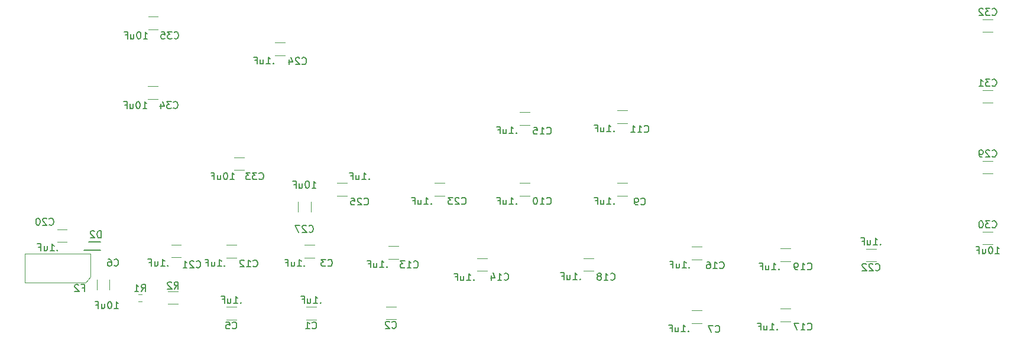
<source format=gbr>
%TF.GenerationSoftware,KiCad,Pcbnew,7.0.0-da2b9df05c~171~ubuntu20.04.1*%
%TF.CreationDate,2023-03-29T16:56:17-07:00*%
%TF.ProjectId,Motherboard,4d6f7468-6572-4626-9f61-72642e6b6963,rev?*%
%TF.SameCoordinates,Original*%
%TF.FileFunction,Legend,Bot*%
%TF.FilePolarity,Positive*%
%FSLAX46Y46*%
G04 Gerber Fmt 4.6, Leading zero omitted, Abs format (unit mm)*
G04 Created by KiCad (PCBNEW 7.0.0-da2b9df05c~171~ubuntu20.04.1) date 2023-03-29 16:56:17*
%MOMM*%
%LPD*%
G01*
G04 APERTURE LIST*
%ADD10C,0.150000*%
%ADD11C,0.120000*%
%ADD12C,0.200000*%
G04 APERTURE END LIST*
D10*
%TO.C,C17*%
X181490857Y-130574142D02*
X181538476Y-130621761D01*
X181538476Y-130621761D02*
X181681333Y-130669380D01*
X181681333Y-130669380D02*
X181776571Y-130669380D01*
X181776571Y-130669380D02*
X181919428Y-130621761D01*
X181919428Y-130621761D02*
X182014666Y-130526523D01*
X182014666Y-130526523D02*
X182062285Y-130431285D01*
X182062285Y-130431285D02*
X182109904Y-130240809D01*
X182109904Y-130240809D02*
X182109904Y-130097952D01*
X182109904Y-130097952D02*
X182062285Y-129907476D01*
X182062285Y-129907476D02*
X182014666Y-129812238D01*
X182014666Y-129812238D02*
X181919428Y-129717000D01*
X181919428Y-129717000D02*
X181776571Y-129669380D01*
X181776571Y-129669380D02*
X181681333Y-129669380D01*
X181681333Y-129669380D02*
X181538476Y-129717000D01*
X181538476Y-129717000D02*
X181490857Y-129764619D01*
X180538476Y-130669380D02*
X181109904Y-130669380D01*
X180824190Y-130669380D02*
X180824190Y-129669380D01*
X180824190Y-129669380D02*
X180919428Y-129812238D01*
X180919428Y-129812238D02*
X181014666Y-129907476D01*
X181014666Y-129907476D02*
X181109904Y-129955095D01*
X180205142Y-129669380D02*
X179538476Y-129669380D01*
X179538476Y-129669380D02*
X179967047Y-130669380D01*
X177125142Y-130574142D02*
X177077523Y-130621761D01*
X177077523Y-130621761D02*
X177125142Y-130669380D01*
X177125142Y-130669380D02*
X177172761Y-130621761D01*
X177172761Y-130621761D02*
X177125142Y-130574142D01*
X177125142Y-130574142D02*
X177125142Y-130669380D01*
X176125143Y-130669380D02*
X176696571Y-130669380D01*
X176410857Y-130669380D02*
X176410857Y-129669380D01*
X176410857Y-129669380D02*
X176506095Y-129812238D01*
X176506095Y-129812238D02*
X176601333Y-129907476D01*
X176601333Y-129907476D02*
X176696571Y-129955095D01*
X175268000Y-130002714D02*
X175268000Y-130669380D01*
X175696571Y-130002714D02*
X175696571Y-130526523D01*
X175696571Y-130526523D02*
X175648952Y-130621761D01*
X175648952Y-130621761D02*
X175553714Y-130669380D01*
X175553714Y-130669380D02*
X175410857Y-130669380D01*
X175410857Y-130669380D02*
X175315619Y-130621761D01*
X175315619Y-130621761D02*
X175268000Y-130574142D01*
X174458476Y-130145571D02*
X174791809Y-130145571D01*
X174791809Y-130669380D02*
X174791809Y-129669380D01*
X174791809Y-129669380D02*
X174315619Y-129669380D01*
%TO.C,C18*%
X153296857Y-123407142D02*
X153344476Y-123454761D01*
X153344476Y-123454761D02*
X153487333Y-123502380D01*
X153487333Y-123502380D02*
X153582571Y-123502380D01*
X153582571Y-123502380D02*
X153725428Y-123454761D01*
X153725428Y-123454761D02*
X153820666Y-123359523D01*
X153820666Y-123359523D02*
X153868285Y-123264285D01*
X153868285Y-123264285D02*
X153915904Y-123073809D01*
X153915904Y-123073809D02*
X153915904Y-122930952D01*
X153915904Y-122930952D02*
X153868285Y-122740476D01*
X153868285Y-122740476D02*
X153820666Y-122645238D01*
X153820666Y-122645238D02*
X153725428Y-122550000D01*
X153725428Y-122550000D02*
X153582571Y-122502380D01*
X153582571Y-122502380D02*
X153487333Y-122502380D01*
X153487333Y-122502380D02*
X153344476Y-122550000D01*
X153344476Y-122550000D02*
X153296857Y-122597619D01*
X152344476Y-123502380D02*
X152915904Y-123502380D01*
X152630190Y-123502380D02*
X152630190Y-122502380D01*
X152630190Y-122502380D02*
X152725428Y-122645238D01*
X152725428Y-122645238D02*
X152820666Y-122740476D01*
X152820666Y-122740476D02*
X152915904Y-122788095D01*
X151773047Y-122930952D02*
X151868285Y-122883333D01*
X151868285Y-122883333D02*
X151915904Y-122835714D01*
X151915904Y-122835714D02*
X151963523Y-122740476D01*
X151963523Y-122740476D02*
X151963523Y-122692857D01*
X151963523Y-122692857D02*
X151915904Y-122597619D01*
X151915904Y-122597619D02*
X151868285Y-122550000D01*
X151868285Y-122550000D02*
X151773047Y-122502380D01*
X151773047Y-122502380D02*
X151582571Y-122502380D01*
X151582571Y-122502380D02*
X151487333Y-122550000D01*
X151487333Y-122550000D02*
X151439714Y-122597619D01*
X151439714Y-122597619D02*
X151392095Y-122692857D01*
X151392095Y-122692857D02*
X151392095Y-122740476D01*
X151392095Y-122740476D02*
X151439714Y-122835714D01*
X151439714Y-122835714D02*
X151487333Y-122883333D01*
X151487333Y-122883333D02*
X151582571Y-122930952D01*
X151582571Y-122930952D02*
X151773047Y-122930952D01*
X151773047Y-122930952D02*
X151868285Y-122978571D01*
X151868285Y-122978571D02*
X151915904Y-123026190D01*
X151915904Y-123026190D02*
X151963523Y-123121428D01*
X151963523Y-123121428D02*
X151963523Y-123311904D01*
X151963523Y-123311904D02*
X151915904Y-123407142D01*
X151915904Y-123407142D02*
X151868285Y-123454761D01*
X151868285Y-123454761D02*
X151773047Y-123502380D01*
X151773047Y-123502380D02*
X151582571Y-123502380D01*
X151582571Y-123502380D02*
X151487333Y-123454761D01*
X151487333Y-123454761D02*
X151439714Y-123407142D01*
X151439714Y-123407142D02*
X151392095Y-123311904D01*
X151392095Y-123311904D02*
X151392095Y-123121428D01*
X151392095Y-123121428D02*
X151439714Y-123026190D01*
X151439714Y-123026190D02*
X151487333Y-122978571D01*
X151487333Y-122978571D02*
X151582571Y-122930952D01*
X148931142Y-123335142D02*
X148883523Y-123382761D01*
X148883523Y-123382761D02*
X148931142Y-123430380D01*
X148931142Y-123430380D02*
X148978761Y-123382761D01*
X148978761Y-123382761D02*
X148931142Y-123335142D01*
X148931142Y-123335142D02*
X148931142Y-123430380D01*
X147931143Y-123430380D02*
X148502571Y-123430380D01*
X148216857Y-123430380D02*
X148216857Y-122430380D01*
X148216857Y-122430380D02*
X148312095Y-122573238D01*
X148312095Y-122573238D02*
X148407333Y-122668476D01*
X148407333Y-122668476D02*
X148502571Y-122716095D01*
X147074000Y-122763714D02*
X147074000Y-123430380D01*
X147502571Y-122763714D02*
X147502571Y-123287523D01*
X147502571Y-123287523D02*
X147454952Y-123382761D01*
X147454952Y-123382761D02*
X147359714Y-123430380D01*
X147359714Y-123430380D02*
X147216857Y-123430380D01*
X147216857Y-123430380D02*
X147121619Y-123382761D01*
X147121619Y-123382761D02*
X147074000Y-123335142D01*
X146264476Y-122906571D02*
X146597809Y-122906571D01*
X146597809Y-123430380D02*
X146597809Y-122430380D01*
X146597809Y-122430380D02*
X146121619Y-122430380D01*
%TO.C,C22*%
X191232157Y-122035542D02*
X191279776Y-122083161D01*
X191279776Y-122083161D02*
X191422633Y-122130780D01*
X191422633Y-122130780D02*
X191517871Y-122130780D01*
X191517871Y-122130780D02*
X191660728Y-122083161D01*
X191660728Y-122083161D02*
X191755966Y-121987923D01*
X191755966Y-121987923D02*
X191803585Y-121892685D01*
X191803585Y-121892685D02*
X191851204Y-121702209D01*
X191851204Y-121702209D02*
X191851204Y-121559352D01*
X191851204Y-121559352D02*
X191803585Y-121368876D01*
X191803585Y-121368876D02*
X191755966Y-121273638D01*
X191755966Y-121273638D02*
X191660728Y-121178400D01*
X191660728Y-121178400D02*
X191517871Y-121130780D01*
X191517871Y-121130780D02*
X191422633Y-121130780D01*
X191422633Y-121130780D02*
X191279776Y-121178400D01*
X191279776Y-121178400D02*
X191232157Y-121226019D01*
X190851204Y-121226019D02*
X190803585Y-121178400D01*
X190803585Y-121178400D02*
X190708347Y-121130780D01*
X190708347Y-121130780D02*
X190470252Y-121130780D01*
X190470252Y-121130780D02*
X190375014Y-121178400D01*
X190375014Y-121178400D02*
X190327395Y-121226019D01*
X190327395Y-121226019D02*
X190279776Y-121321257D01*
X190279776Y-121321257D02*
X190279776Y-121416495D01*
X190279776Y-121416495D02*
X190327395Y-121559352D01*
X190327395Y-121559352D02*
X190898823Y-122130780D01*
X190898823Y-122130780D02*
X190279776Y-122130780D01*
X189898823Y-121226019D02*
X189851204Y-121178400D01*
X189851204Y-121178400D02*
X189755966Y-121130780D01*
X189755966Y-121130780D02*
X189517871Y-121130780D01*
X189517871Y-121130780D02*
X189422633Y-121178400D01*
X189422633Y-121178400D02*
X189375014Y-121226019D01*
X189375014Y-121226019D02*
X189327395Y-121321257D01*
X189327395Y-121321257D02*
X189327395Y-121416495D01*
X189327395Y-121416495D02*
X189375014Y-121559352D01*
X189375014Y-121559352D02*
X189946442Y-122130780D01*
X189946442Y-122130780D02*
X189327395Y-122130780D01*
X191946442Y-118335542D02*
X191898823Y-118383161D01*
X191898823Y-118383161D02*
X191946442Y-118430780D01*
X191946442Y-118430780D02*
X191994061Y-118383161D01*
X191994061Y-118383161D02*
X191946442Y-118335542D01*
X191946442Y-118335542D02*
X191946442Y-118430780D01*
X190946443Y-118430780D02*
X191517871Y-118430780D01*
X191232157Y-118430780D02*
X191232157Y-117430780D01*
X191232157Y-117430780D02*
X191327395Y-117573638D01*
X191327395Y-117573638D02*
X191422633Y-117668876D01*
X191422633Y-117668876D02*
X191517871Y-117716495D01*
X190089300Y-117764114D02*
X190089300Y-118430780D01*
X190517871Y-117764114D02*
X190517871Y-118287923D01*
X190517871Y-118287923D02*
X190470252Y-118383161D01*
X190470252Y-118383161D02*
X190375014Y-118430780D01*
X190375014Y-118430780D02*
X190232157Y-118430780D01*
X190232157Y-118430780D02*
X190136919Y-118383161D01*
X190136919Y-118383161D02*
X190089300Y-118335542D01*
X189279776Y-117906971D02*
X189613109Y-117906971D01*
X189613109Y-118430780D02*
X189613109Y-117430780D01*
X189613109Y-117430780D02*
X189136919Y-117430780D01*
%TO.C,C10*%
X144152857Y-112540142D02*
X144200476Y-112587761D01*
X144200476Y-112587761D02*
X144343333Y-112635380D01*
X144343333Y-112635380D02*
X144438571Y-112635380D01*
X144438571Y-112635380D02*
X144581428Y-112587761D01*
X144581428Y-112587761D02*
X144676666Y-112492523D01*
X144676666Y-112492523D02*
X144724285Y-112397285D01*
X144724285Y-112397285D02*
X144771904Y-112206809D01*
X144771904Y-112206809D02*
X144771904Y-112063952D01*
X144771904Y-112063952D02*
X144724285Y-111873476D01*
X144724285Y-111873476D02*
X144676666Y-111778238D01*
X144676666Y-111778238D02*
X144581428Y-111683000D01*
X144581428Y-111683000D02*
X144438571Y-111635380D01*
X144438571Y-111635380D02*
X144343333Y-111635380D01*
X144343333Y-111635380D02*
X144200476Y-111683000D01*
X144200476Y-111683000D02*
X144152857Y-111730619D01*
X143200476Y-112635380D02*
X143771904Y-112635380D01*
X143486190Y-112635380D02*
X143486190Y-111635380D01*
X143486190Y-111635380D02*
X143581428Y-111778238D01*
X143581428Y-111778238D02*
X143676666Y-111873476D01*
X143676666Y-111873476D02*
X143771904Y-111921095D01*
X142581428Y-111635380D02*
X142486190Y-111635380D01*
X142486190Y-111635380D02*
X142390952Y-111683000D01*
X142390952Y-111683000D02*
X142343333Y-111730619D01*
X142343333Y-111730619D02*
X142295714Y-111825857D01*
X142295714Y-111825857D02*
X142248095Y-112016333D01*
X142248095Y-112016333D02*
X142248095Y-112254428D01*
X142248095Y-112254428D02*
X142295714Y-112444904D01*
X142295714Y-112444904D02*
X142343333Y-112540142D01*
X142343333Y-112540142D02*
X142390952Y-112587761D01*
X142390952Y-112587761D02*
X142486190Y-112635380D01*
X142486190Y-112635380D02*
X142581428Y-112635380D01*
X142581428Y-112635380D02*
X142676666Y-112587761D01*
X142676666Y-112587761D02*
X142724285Y-112540142D01*
X142724285Y-112540142D02*
X142771904Y-112444904D01*
X142771904Y-112444904D02*
X142819523Y-112254428D01*
X142819523Y-112254428D02*
X142819523Y-112016333D01*
X142819523Y-112016333D02*
X142771904Y-111825857D01*
X142771904Y-111825857D02*
X142724285Y-111730619D01*
X142724285Y-111730619D02*
X142676666Y-111683000D01*
X142676666Y-111683000D02*
X142581428Y-111635380D01*
X139787142Y-112540142D02*
X139739523Y-112587761D01*
X139739523Y-112587761D02*
X139787142Y-112635380D01*
X139787142Y-112635380D02*
X139834761Y-112587761D01*
X139834761Y-112587761D02*
X139787142Y-112540142D01*
X139787142Y-112540142D02*
X139787142Y-112635380D01*
X138787143Y-112635380D02*
X139358571Y-112635380D01*
X139072857Y-112635380D02*
X139072857Y-111635380D01*
X139072857Y-111635380D02*
X139168095Y-111778238D01*
X139168095Y-111778238D02*
X139263333Y-111873476D01*
X139263333Y-111873476D02*
X139358571Y-111921095D01*
X137930000Y-111968714D02*
X137930000Y-112635380D01*
X138358571Y-111968714D02*
X138358571Y-112492523D01*
X138358571Y-112492523D02*
X138310952Y-112587761D01*
X138310952Y-112587761D02*
X138215714Y-112635380D01*
X138215714Y-112635380D02*
X138072857Y-112635380D01*
X138072857Y-112635380D02*
X137977619Y-112587761D01*
X137977619Y-112587761D02*
X137930000Y-112540142D01*
X137120476Y-112111571D02*
X137453809Y-112111571D01*
X137453809Y-112635380D02*
X137453809Y-111635380D01*
X137453809Y-111635380D02*
X136977619Y-111635380D01*
%TO.C,C24*%
X109100857Y-92452142D02*
X109148476Y-92499761D01*
X109148476Y-92499761D02*
X109291333Y-92547380D01*
X109291333Y-92547380D02*
X109386571Y-92547380D01*
X109386571Y-92547380D02*
X109529428Y-92499761D01*
X109529428Y-92499761D02*
X109624666Y-92404523D01*
X109624666Y-92404523D02*
X109672285Y-92309285D01*
X109672285Y-92309285D02*
X109719904Y-92118809D01*
X109719904Y-92118809D02*
X109719904Y-91975952D01*
X109719904Y-91975952D02*
X109672285Y-91785476D01*
X109672285Y-91785476D02*
X109624666Y-91690238D01*
X109624666Y-91690238D02*
X109529428Y-91595000D01*
X109529428Y-91595000D02*
X109386571Y-91547380D01*
X109386571Y-91547380D02*
X109291333Y-91547380D01*
X109291333Y-91547380D02*
X109148476Y-91595000D01*
X109148476Y-91595000D02*
X109100857Y-91642619D01*
X108719904Y-91642619D02*
X108672285Y-91595000D01*
X108672285Y-91595000D02*
X108577047Y-91547380D01*
X108577047Y-91547380D02*
X108338952Y-91547380D01*
X108338952Y-91547380D02*
X108243714Y-91595000D01*
X108243714Y-91595000D02*
X108196095Y-91642619D01*
X108196095Y-91642619D02*
X108148476Y-91737857D01*
X108148476Y-91737857D02*
X108148476Y-91833095D01*
X108148476Y-91833095D02*
X108196095Y-91975952D01*
X108196095Y-91975952D02*
X108767523Y-92547380D01*
X108767523Y-92547380D02*
X108148476Y-92547380D01*
X107291333Y-91880714D02*
X107291333Y-92547380D01*
X107529428Y-91499761D02*
X107767523Y-92214047D01*
X107767523Y-92214047D02*
X107148476Y-92214047D01*
X104989142Y-92380142D02*
X104941523Y-92427761D01*
X104941523Y-92427761D02*
X104989142Y-92475380D01*
X104989142Y-92475380D02*
X105036761Y-92427761D01*
X105036761Y-92427761D02*
X104989142Y-92380142D01*
X104989142Y-92380142D02*
X104989142Y-92475380D01*
X103989143Y-92475380D02*
X104560571Y-92475380D01*
X104274857Y-92475380D02*
X104274857Y-91475380D01*
X104274857Y-91475380D02*
X104370095Y-91618238D01*
X104370095Y-91618238D02*
X104465333Y-91713476D01*
X104465333Y-91713476D02*
X104560571Y-91761095D01*
X103132000Y-91808714D02*
X103132000Y-92475380D01*
X103560571Y-91808714D02*
X103560571Y-92332523D01*
X103560571Y-92332523D02*
X103512952Y-92427761D01*
X103512952Y-92427761D02*
X103417714Y-92475380D01*
X103417714Y-92475380D02*
X103274857Y-92475380D01*
X103274857Y-92475380D02*
X103179619Y-92427761D01*
X103179619Y-92427761D02*
X103132000Y-92380142D01*
X102322476Y-91951571D02*
X102655809Y-91951571D01*
X102655809Y-92475380D02*
X102655809Y-91475380D01*
X102655809Y-91475380D02*
X102179619Y-91475380D01*
%TO.C,C35*%
X90799757Y-88765742D02*
X90847376Y-88813361D01*
X90847376Y-88813361D02*
X90990233Y-88860980D01*
X90990233Y-88860980D02*
X91085471Y-88860980D01*
X91085471Y-88860980D02*
X91228328Y-88813361D01*
X91228328Y-88813361D02*
X91323566Y-88718123D01*
X91323566Y-88718123D02*
X91371185Y-88622885D01*
X91371185Y-88622885D02*
X91418804Y-88432409D01*
X91418804Y-88432409D02*
X91418804Y-88289552D01*
X91418804Y-88289552D02*
X91371185Y-88099076D01*
X91371185Y-88099076D02*
X91323566Y-88003838D01*
X91323566Y-88003838D02*
X91228328Y-87908600D01*
X91228328Y-87908600D02*
X91085471Y-87860980D01*
X91085471Y-87860980D02*
X90990233Y-87860980D01*
X90990233Y-87860980D02*
X90847376Y-87908600D01*
X90847376Y-87908600D02*
X90799757Y-87956219D01*
X90466423Y-87860980D02*
X89847376Y-87860980D01*
X89847376Y-87860980D02*
X90180709Y-88241933D01*
X90180709Y-88241933D02*
X90037852Y-88241933D01*
X90037852Y-88241933D02*
X89942614Y-88289552D01*
X89942614Y-88289552D02*
X89894995Y-88337171D01*
X89894995Y-88337171D02*
X89847376Y-88432409D01*
X89847376Y-88432409D02*
X89847376Y-88670504D01*
X89847376Y-88670504D02*
X89894995Y-88765742D01*
X89894995Y-88765742D02*
X89942614Y-88813361D01*
X89942614Y-88813361D02*
X90037852Y-88860980D01*
X90037852Y-88860980D02*
X90323566Y-88860980D01*
X90323566Y-88860980D02*
X90418804Y-88813361D01*
X90418804Y-88813361D02*
X90466423Y-88765742D01*
X88942614Y-87860980D02*
X89418804Y-87860980D01*
X89418804Y-87860980D02*
X89466423Y-88337171D01*
X89466423Y-88337171D02*
X89418804Y-88289552D01*
X89418804Y-88289552D02*
X89323566Y-88241933D01*
X89323566Y-88241933D02*
X89085471Y-88241933D01*
X89085471Y-88241933D02*
X88990233Y-88289552D01*
X88990233Y-88289552D02*
X88942614Y-88337171D01*
X88942614Y-88337171D02*
X88894995Y-88432409D01*
X88894995Y-88432409D02*
X88894995Y-88670504D01*
X88894995Y-88670504D02*
X88942614Y-88765742D01*
X88942614Y-88765742D02*
X88990233Y-88813361D01*
X88990233Y-88813361D02*
X89085471Y-88860980D01*
X89085471Y-88860980D02*
X89323566Y-88860980D01*
X89323566Y-88860980D02*
X89418804Y-88813361D01*
X89418804Y-88813361D02*
X89466423Y-88765742D01*
X86402328Y-88860980D02*
X86973756Y-88860980D01*
X86688042Y-88860980D02*
X86688042Y-87860980D01*
X86688042Y-87860980D02*
X86783280Y-88003838D01*
X86783280Y-88003838D02*
X86878518Y-88099076D01*
X86878518Y-88099076D02*
X86973756Y-88146695D01*
X85783280Y-87860980D02*
X85688042Y-87860980D01*
X85688042Y-87860980D02*
X85592804Y-87908600D01*
X85592804Y-87908600D02*
X85545185Y-87956219D01*
X85545185Y-87956219D02*
X85497566Y-88051457D01*
X85497566Y-88051457D02*
X85449947Y-88241933D01*
X85449947Y-88241933D02*
X85449947Y-88480028D01*
X85449947Y-88480028D02*
X85497566Y-88670504D01*
X85497566Y-88670504D02*
X85545185Y-88765742D01*
X85545185Y-88765742D02*
X85592804Y-88813361D01*
X85592804Y-88813361D02*
X85688042Y-88860980D01*
X85688042Y-88860980D02*
X85783280Y-88860980D01*
X85783280Y-88860980D02*
X85878518Y-88813361D01*
X85878518Y-88813361D02*
X85926137Y-88765742D01*
X85926137Y-88765742D02*
X85973756Y-88670504D01*
X85973756Y-88670504D02*
X86021375Y-88480028D01*
X86021375Y-88480028D02*
X86021375Y-88241933D01*
X86021375Y-88241933D02*
X85973756Y-88051457D01*
X85973756Y-88051457D02*
X85926137Y-87956219D01*
X85926137Y-87956219D02*
X85878518Y-87908600D01*
X85878518Y-87908600D02*
X85783280Y-87860980D01*
X84592804Y-88194314D02*
X84592804Y-88860980D01*
X85021375Y-88194314D02*
X85021375Y-88718123D01*
X85021375Y-88718123D02*
X84973756Y-88813361D01*
X84973756Y-88813361D02*
X84878518Y-88860980D01*
X84878518Y-88860980D02*
X84735661Y-88860980D01*
X84735661Y-88860980D02*
X84640423Y-88813361D01*
X84640423Y-88813361D02*
X84592804Y-88765742D01*
X83783280Y-88337171D02*
X84116613Y-88337171D01*
X84116613Y-88860980D02*
X84116613Y-87860980D01*
X84116613Y-87860980D02*
X83640423Y-87860980D01*
%TO.C,C14*%
X138056857Y-123407142D02*
X138104476Y-123454761D01*
X138104476Y-123454761D02*
X138247333Y-123502380D01*
X138247333Y-123502380D02*
X138342571Y-123502380D01*
X138342571Y-123502380D02*
X138485428Y-123454761D01*
X138485428Y-123454761D02*
X138580666Y-123359523D01*
X138580666Y-123359523D02*
X138628285Y-123264285D01*
X138628285Y-123264285D02*
X138675904Y-123073809D01*
X138675904Y-123073809D02*
X138675904Y-122930952D01*
X138675904Y-122930952D02*
X138628285Y-122740476D01*
X138628285Y-122740476D02*
X138580666Y-122645238D01*
X138580666Y-122645238D02*
X138485428Y-122550000D01*
X138485428Y-122550000D02*
X138342571Y-122502380D01*
X138342571Y-122502380D02*
X138247333Y-122502380D01*
X138247333Y-122502380D02*
X138104476Y-122550000D01*
X138104476Y-122550000D02*
X138056857Y-122597619D01*
X137104476Y-123502380D02*
X137675904Y-123502380D01*
X137390190Y-123502380D02*
X137390190Y-122502380D01*
X137390190Y-122502380D02*
X137485428Y-122645238D01*
X137485428Y-122645238D02*
X137580666Y-122740476D01*
X137580666Y-122740476D02*
X137675904Y-122788095D01*
X136247333Y-122835714D02*
X136247333Y-123502380D01*
X136485428Y-122454761D02*
X136723523Y-123169047D01*
X136723523Y-123169047D02*
X136104476Y-123169047D01*
X133691142Y-123462142D02*
X133643523Y-123509761D01*
X133643523Y-123509761D02*
X133691142Y-123557380D01*
X133691142Y-123557380D02*
X133738761Y-123509761D01*
X133738761Y-123509761D02*
X133691142Y-123462142D01*
X133691142Y-123462142D02*
X133691142Y-123557380D01*
X132691143Y-123557380D02*
X133262571Y-123557380D01*
X132976857Y-123557380D02*
X132976857Y-122557380D01*
X132976857Y-122557380D02*
X133072095Y-122700238D01*
X133072095Y-122700238D02*
X133167333Y-122795476D01*
X133167333Y-122795476D02*
X133262571Y-122843095D01*
X131834000Y-122890714D02*
X131834000Y-123557380D01*
X132262571Y-122890714D02*
X132262571Y-123414523D01*
X132262571Y-123414523D02*
X132214952Y-123509761D01*
X132214952Y-123509761D02*
X132119714Y-123557380D01*
X132119714Y-123557380D02*
X131976857Y-123557380D01*
X131976857Y-123557380D02*
X131881619Y-123509761D01*
X131881619Y-123509761D02*
X131834000Y-123462142D01*
X131024476Y-123033571D02*
X131357809Y-123033571D01*
X131357809Y-123557380D02*
X131357809Y-122557380D01*
X131357809Y-122557380D02*
X130881619Y-122557380D01*
%TO.C,C12*%
X102115857Y-121502142D02*
X102163476Y-121549761D01*
X102163476Y-121549761D02*
X102306333Y-121597380D01*
X102306333Y-121597380D02*
X102401571Y-121597380D01*
X102401571Y-121597380D02*
X102544428Y-121549761D01*
X102544428Y-121549761D02*
X102639666Y-121454523D01*
X102639666Y-121454523D02*
X102687285Y-121359285D01*
X102687285Y-121359285D02*
X102734904Y-121168809D01*
X102734904Y-121168809D02*
X102734904Y-121025952D01*
X102734904Y-121025952D02*
X102687285Y-120835476D01*
X102687285Y-120835476D02*
X102639666Y-120740238D01*
X102639666Y-120740238D02*
X102544428Y-120645000D01*
X102544428Y-120645000D02*
X102401571Y-120597380D01*
X102401571Y-120597380D02*
X102306333Y-120597380D01*
X102306333Y-120597380D02*
X102163476Y-120645000D01*
X102163476Y-120645000D02*
X102115857Y-120692619D01*
X101163476Y-121597380D02*
X101734904Y-121597380D01*
X101449190Y-121597380D02*
X101449190Y-120597380D01*
X101449190Y-120597380D02*
X101544428Y-120740238D01*
X101544428Y-120740238D02*
X101639666Y-120835476D01*
X101639666Y-120835476D02*
X101734904Y-120883095D01*
X100782523Y-120692619D02*
X100734904Y-120645000D01*
X100734904Y-120645000D02*
X100639666Y-120597380D01*
X100639666Y-120597380D02*
X100401571Y-120597380D01*
X100401571Y-120597380D02*
X100306333Y-120645000D01*
X100306333Y-120645000D02*
X100258714Y-120692619D01*
X100258714Y-120692619D02*
X100211095Y-120787857D01*
X100211095Y-120787857D02*
X100211095Y-120883095D01*
X100211095Y-120883095D02*
X100258714Y-121025952D01*
X100258714Y-121025952D02*
X100830142Y-121597380D01*
X100830142Y-121597380D02*
X100211095Y-121597380D01*
X98004142Y-121430142D02*
X97956523Y-121477761D01*
X97956523Y-121477761D02*
X98004142Y-121525380D01*
X98004142Y-121525380D02*
X98051761Y-121477761D01*
X98051761Y-121477761D02*
X98004142Y-121430142D01*
X98004142Y-121430142D02*
X98004142Y-121525380D01*
X97004143Y-121525380D02*
X97575571Y-121525380D01*
X97289857Y-121525380D02*
X97289857Y-120525380D01*
X97289857Y-120525380D02*
X97385095Y-120668238D01*
X97385095Y-120668238D02*
X97480333Y-120763476D01*
X97480333Y-120763476D02*
X97575571Y-120811095D01*
X96147000Y-120858714D02*
X96147000Y-121525380D01*
X96575571Y-120858714D02*
X96575571Y-121382523D01*
X96575571Y-121382523D02*
X96527952Y-121477761D01*
X96527952Y-121477761D02*
X96432714Y-121525380D01*
X96432714Y-121525380D02*
X96289857Y-121525380D01*
X96289857Y-121525380D02*
X96194619Y-121477761D01*
X96194619Y-121477761D02*
X96147000Y-121430142D01*
X95337476Y-121001571D02*
X95670809Y-121001571D01*
X95670809Y-121525380D02*
X95670809Y-120525380D01*
X95670809Y-120525380D02*
X95194619Y-120525380D01*
%TO.C,C21*%
X93974757Y-121633342D02*
X94022376Y-121680961D01*
X94022376Y-121680961D02*
X94165233Y-121728580D01*
X94165233Y-121728580D02*
X94260471Y-121728580D01*
X94260471Y-121728580D02*
X94403328Y-121680961D01*
X94403328Y-121680961D02*
X94498566Y-121585723D01*
X94498566Y-121585723D02*
X94546185Y-121490485D01*
X94546185Y-121490485D02*
X94593804Y-121300009D01*
X94593804Y-121300009D02*
X94593804Y-121157152D01*
X94593804Y-121157152D02*
X94546185Y-120966676D01*
X94546185Y-120966676D02*
X94498566Y-120871438D01*
X94498566Y-120871438D02*
X94403328Y-120776200D01*
X94403328Y-120776200D02*
X94260471Y-120728580D01*
X94260471Y-120728580D02*
X94165233Y-120728580D01*
X94165233Y-120728580D02*
X94022376Y-120776200D01*
X94022376Y-120776200D02*
X93974757Y-120823819D01*
X93593804Y-120823819D02*
X93546185Y-120776200D01*
X93546185Y-120776200D02*
X93450947Y-120728580D01*
X93450947Y-120728580D02*
X93212852Y-120728580D01*
X93212852Y-120728580D02*
X93117614Y-120776200D01*
X93117614Y-120776200D02*
X93069995Y-120823819D01*
X93069995Y-120823819D02*
X93022376Y-120919057D01*
X93022376Y-120919057D02*
X93022376Y-121014295D01*
X93022376Y-121014295D02*
X93069995Y-121157152D01*
X93069995Y-121157152D02*
X93641423Y-121728580D01*
X93641423Y-121728580D02*
X93022376Y-121728580D01*
X92069995Y-121728580D02*
X92641423Y-121728580D01*
X92355709Y-121728580D02*
X92355709Y-120728580D01*
X92355709Y-120728580D02*
X92450947Y-120871438D01*
X92450947Y-120871438D02*
X92546185Y-120966676D01*
X92546185Y-120966676D02*
X92641423Y-121014295D01*
X89863042Y-121379342D02*
X89815423Y-121426961D01*
X89815423Y-121426961D02*
X89863042Y-121474580D01*
X89863042Y-121474580D02*
X89910661Y-121426961D01*
X89910661Y-121426961D02*
X89863042Y-121379342D01*
X89863042Y-121379342D02*
X89863042Y-121474580D01*
X88863043Y-121474580D02*
X89434471Y-121474580D01*
X89148757Y-121474580D02*
X89148757Y-120474580D01*
X89148757Y-120474580D02*
X89243995Y-120617438D01*
X89243995Y-120617438D02*
X89339233Y-120712676D01*
X89339233Y-120712676D02*
X89434471Y-120760295D01*
X88005900Y-120807914D02*
X88005900Y-121474580D01*
X88434471Y-120807914D02*
X88434471Y-121331723D01*
X88434471Y-121331723D02*
X88386852Y-121426961D01*
X88386852Y-121426961D02*
X88291614Y-121474580D01*
X88291614Y-121474580D02*
X88148757Y-121474580D01*
X88148757Y-121474580D02*
X88053519Y-121426961D01*
X88053519Y-121426961D02*
X88005900Y-121379342D01*
X87196376Y-120950771D02*
X87529709Y-120950771D01*
X87529709Y-121474580D02*
X87529709Y-120474580D01*
X87529709Y-120474580D02*
X87053519Y-120474580D01*
%TO.C,C34*%
X90698957Y-98773342D02*
X90746576Y-98820961D01*
X90746576Y-98820961D02*
X90889433Y-98868580D01*
X90889433Y-98868580D02*
X90984671Y-98868580D01*
X90984671Y-98868580D02*
X91127528Y-98820961D01*
X91127528Y-98820961D02*
X91222766Y-98725723D01*
X91222766Y-98725723D02*
X91270385Y-98630485D01*
X91270385Y-98630485D02*
X91318004Y-98440009D01*
X91318004Y-98440009D02*
X91318004Y-98297152D01*
X91318004Y-98297152D02*
X91270385Y-98106676D01*
X91270385Y-98106676D02*
X91222766Y-98011438D01*
X91222766Y-98011438D02*
X91127528Y-97916200D01*
X91127528Y-97916200D02*
X90984671Y-97868580D01*
X90984671Y-97868580D02*
X90889433Y-97868580D01*
X90889433Y-97868580D02*
X90746576Y-97916200D01*
X90746576Y-97916200D02*
X90698957Y-97963819D01*
X90365623Y-97868580D02*
X89746576Y-97868580D01*
X89746576Y-97868580D02*
X90079909Y-98249533D01*
X90079909Y-98249533D02*
X89937052Y-98249533D01*
X89937052Y-98249533D02*
X89841814Y-98297152D01*
X89841814Y-98297152D02*
X89794195Y-98344771D01*
X89794195Y-98344771D02*
X89746576Y-98440009D01*
X89746576Y-98440009D02*
X89746576Y-98678104D01*
X89746576Y-98678104D02*
X89794195Y-98773342D01*
X89794195Y-98773342D02*
X89841814Y-98820961D01*
X89841814Y-98820961D02*
X89937052Y-98868580D01*
X89937052Y-98868580D02*
X90222766Y-98868580D01*
X90222766Y-98868580D02*
X90318004Y-98820961D01*
X90318004Y-98820961D02*
X90365623Y-98773342D01*
X88889433Y-98201914D02*
X88889433Y-98868580D01*
X89127528Y-97820961D02*
X89365623Y-98535247D01*
X89365623Y-98535247D02*
X88746576Y-98535247D01*
X86301528Y-98868580D02*
X86872956Y-98868580D01*
X86587242Y-98868580D02*
X86587242Y-97868580D01*
X86587242Y-97868580D02*
X86682480Y-98011438D01*
X86682480Y-98011438D02*
X86777718Y-98106676D01*
X86777718Y-98106676D02*
X86872956Y-98154295D01*
X85682480Y-97868580D02*
X85587242Y-97868580D01*
X85587242Y-97868580D02*
X85492004Y-97916200D01*
X85492004Y-97916200D02*
X85444385Y-97963819D01*
X85444385Y-97963819D02*
X85396766Y-98059057D01*
X85396766Y-98059057D02*
X85349147Y-98249533D01*
X85349147Y-98249533D02*
X85349147Y-98487628D01*
X85349147Y-98487628D02*
X85396766Y-98678104D01*
X85396766Y-98678104D02*
X85444385Y-98773342D01*
X85444385Y-98773342D02*
X85492004Y-98820961D01*
X85492004Y-98820961D02*
X85587242Y-98868580D01*
X85587242Y-98868580D02*
X85682480Y-98868580D01*
X85682480Y-98868580D02*
X85777718Y-98820961D01*
X85777718Y-98820961D02*
X85825337Y-98773342D01*
X85825337Y-98773342D02*
X85872956Y-98678104D01*
X85872956Y-98678104D02*
X85920575Y-98487628D01*
X85920575Y-98487628D02*
X85920575Y-98249533D01*
X85920575Y-98249533D02*
X85872956Y-98059057D01*
X85872956Y-98059057D02*
X85825337Y-97963819D01*
X85825337Y-97963819D02*
X85777718Y-97916200D01*
X85777718Y-97916200D02*
X85682480Y-97868580D01*
X84492004Y-98201914D02*
X84492004Y-98868580D01*
X84920575Y-98201914D02*
X84920575Y-98725723D01*
X84920575Y-98725723D02*
X84872956Y-98820961D01*
X84872956Y-98820961D02*
X84777718Y-98868580D01*
X84777718Y-98868580D02*
X84634861Y-98868580D01*
X84634861Y-98868580D02*
X84539623Y-98820961D01*
X84539623Y-98820961D02*
X84492004Y-98773342D01*
X83682480Y-98344771D02*
X84015813Y-98344771D01*
X84015813Y-98868580D02*
X84015813Y-97868580D01*
X84015813Y-97868580D02*
X83539623Y-97868580D01*
%TO.C,R1*%
X86083416Y-125132180D02*
X86416749Y-124655990D01*
X86654844Y-125132180D02*
X86654844Y-124132180D01*
X86654844Y-124132180D02*
X86273892Y-124132180D01*
X86273892Y-124132180D02*
X86178654Y-124179800D01*
X86178654Y-124179800D02*
X86131035Y-124227419D01*
X86131035Y-124227419D02*
X86083416Y-124322657D01*
X86083416Y-124322657D02*
X86083416Y-124465514D01*
X86083416Y-124465514D02*
X86131035Y-124560752D01*
X86131035Y-124560752D02*
X86178654Y-124608371D01*
X86178654Y-124608371D02*
X86273892Y-124655990D01*
X86273892Y-124655990D02*
X86654844Y-124655990D01*
X85131035Y-125132180D02*
X85702463Y-125132180D01*
X85416749Y-125132180D02*
X85416749Y-124132180D01*
X85416749Y-124132180D02*
X85511987Y-124275038D01*
X85511987Y-124275038D02*
X85607225Y-124370276D01*
X85607225Y-124370276D02*
X85702463Y-124417895D01*
%TO.C,C30*%
X207945357Y-115897142D02*
X207992976Y-115944761D01*
X207992976Y-115944761D02*
X208135833Y-115992380D01*
X208135833Y-115992380D02*
X208231071Y-115992380D01*
X208231071Y-115992380D02*
X208373928Y-115944761D01*
X208373928Y-115944761D02*
X208469166Y-115849523D01*
X208469166Y-115849523D02*
X208516785Y-115754285D01*
X208516785Y-115754285D02*
X208564404Y-115563809D01*
X208564404Y-115563809D02*
X208564404Y-115420952D01*
X208564404Y-115420952D02*
X208516785Y-115230476D01*
X208516785Y-115230476D02*
X208469166Y-115135238D01*
X208469166Y-115135238D02*
X208373928Y-115040000D01*
X208373928Y-115040000D02*
X208231071Y-114992380D01*
X208231071Y-114992380D02*
X208135833Y-114992380D01*
X208135833Y-114992380D02*
X207992976Y-115040000D01*
X207992976Y-115040000D02*
X207945357Y-115087619D01*
X207612023Y-114992380D02*
X206992976Y-114992380D01*
X206992976Y-114992380D02*
X207326309Y-115373333D01*
X207326309Y-115373333D02*
X207183452Y-115373333D01*
X207183452Y-115373333D02*
X207088214Y-115420952D01*
X207088214Y-115420952D02*
X207040595Y-115468571D01*
X207040595Y-115468571D02*
X206992976Y-115563809D01*
X206992976Y-115563809D02*
X206992976Y-115801904D01*
X206992976Y-115801904D02*
X207040595Y-115897142D01*
X207040595Y-115897142D02*
X207088214Y-115944761D01*
X207088214Y-115944761D02*
X207183452Y-115992380D01*
X207183452Y-115992380D02*
X207469166Y-115992380D01*
X207469166Y-115992380D02*
X207564404Y-115944761D01*
X207564404Y-115944761D02*
X207612023Y-115897142D01*
X206373928Y-114992380D02*
X206278690Y-114992380D01*
X206278690Y-114992380D02*
X206183452Y-115040000D01*
X206183452Y-115040000D02*
X206135833Y-115087619D01*
X206135833Y-115087619D02*
X206088214Y-115182857D01*
X206088214Y-115182857D02*
X206040595Y-115373333D01*
X206040595Y-115373333D02*
X206040595Y-115611428D01*
X206040595Y-115611428D02*
X206088214Y-115801904D01*
X206088214Y-115801904D02*
X206135833Y-115897142D01*
X206135833Y-115897142D02*
X206183452Y-115944761D01*
X206183452Y-115944761D02*
X206278690Y-115992380D01*
X206278690Y-115992380D02*
X206373928Y-115992380D01*
X206373928Y-115992380D02*
X206469166Y-115944761D01*
X206469166Y-115944761D02*
X206516785Y-115897142D01*
X206516785Y-115897142D02*
X206564404Y-115801904D01*
X206564404Y-115801904D02*
X206612023Y-115611428D01*
X206612023Y-115611428D02*
X206612023Y-115373333D01*
X206612023Y-115373333D02*
X206564404Y-115182857D01*
X206564404Y-115182857D02*
X206516785Y-115087619D01*
X206516785Y-115087619D02*
X206469166Y-115040000D01*
X206469166Y-115040000D02*
X206373928Y-114992380D01*
X208373928Y-119692380D02*
X208945356Y-119692380D01*
X208659642Y-119692380D02*
X208659642Y-118692380D01*
X208659642Y-118692380D02*
X208754880Y-118835238D01*
X208754880Y-118835238D02*
X208850118Y-118930476D01*
X208850118Y-118930476D02*
X208945356Y-118978095D01*
X207754880Y-118692380D02*
X207659642Y-118692380D01*
X207659642Y-118692380D02*
X207564404Y-118740000D01*
X207564404Y-118740000D02*
X207516785Y-118787619D01*
X207516785Y-118787619D02*
X207469166Y-118882857D01*
X207469166Y-118882857D02*
X207421547Y-119073333D01*
X207421547Y-119073333D02*
X207421547Y-119311428D01*
X207421547Y-119311428D02*
X207469166Y-119501904D01*
X207469166Y-119501904D02*
X207516785Y-119597142D01*
X207516785Y-119597142D02*
X207564404Y-119644761D01*
X207564404Y-119644761D02*
X207659642Y-119692380D01*
X207659642Y-119692380D02*
X207754880Y-119692380D01*
X207754880Y-119692380D02*
X207850118Y-119644761D01*
X207850118Y-119644761D02*
X207897737Y-119597142D01*
X207897737Y-119597142D02*
X207945356Y-119501904D01*
X207945356Y-119501904D02*
X207992975Y-119311428D01*
X207992975Y-119311428D02*
X207992975Y-119073333D01*
X207992975Y-119073333D02*
X207945356Y-118882857D01*
X207945356Y-118882857D02*
X207897737Y-118787619D01*
X207897737Y-118787619D02*
X207850118Y-118740000D01*
X207850118Y-118740000D02*
X207754880Y-118692380D01*
X206564404Y-119025714D02*
X206564404Y-119692380D01*
X206992975Y-119025714D02*
X206992975Y-119549523D01*
X206992975Y-119549523D02*
X206945356Y-119644761D01*
X206945356Y-119644761D02*
X206850118Y-119692380D01*
X206850118Y-119692380D02*
X206707261Y-119692380D01*
X206707261Y-119692380D02*
X206612023Y-119644761D01*
X206612023Y-119644761D02*
X206564404Y-119597142D01*
X205754880Y-119168571D02*
X206088213Y-119168571D01*
X206088213Y-119692380D02*
X206088213Y-118692380D01*
X206088213Y-118692380D02*
X205612023Y-118692380D01*
%TO.C,C32*%
X207945357Y-85417142D02*
X207992976Y-85464761D01*
X207992976Y-85464761D02*
X208135833Y-85512380D01*
X208135833Y-85512380D02*
X208231071Y-85512380D01*
X208231071Y-85512380D02*
X208373928Y-85464761D01*
X208373928Y-85464761D02*
X208469166Y-85369523D01*
X208469166Y-85369523D02*
X208516785Y-85274285D01*
X208516785Y-85274285D02*
X208564404Y-85083809D01*
X208564404Y-85083809D02*
X208564404Y-84940952D01*
X208564404Y-84940952D02*
X208516785Y-84750476D01*
X208516785Y-84750476D02*
X208469166Y-84655238D01*
X208469166Y-84655238D02*
X208373928Y-84560000D01*
X208373928Y-84560000D02*
X208231071Y-84512380D01*
X208231071Y-84512380D02*
X208135833Y-84512380D01*
X208135833Y-84512380D02*
X207992976Y-84560000D01*
X207992976Y-84560000D02*
X207945357Y-84607619D01*
X207612023Y-84512380D02*
X206992976Y-84512380D01*
X206992976Y-84512380D02*
X207326309Y-84893333D01*
X207326309Y-84893333D02*
X207183452Y-84893333D01*
X207183452Y-84893333D02*
X207088214Y-84940952D01*
X207088214Y-84940952D02*
X207040595Y-84988571D01*
X207040595Y-84988571D02*
X206992976Y-85083809D01*
X206992976Y-85083809D02*
X206992976Y-85321904D01*
X206992976Y-85321904D02*
X207040595Y-85417142D01*
X207040595Y-85417142D02*
X207088214Y-85464761D01*
X207088214Y-85464761D02*
X207183452Y-85512380D01*
X207183452Y-85512380D02*
X207469166Y-85512380D01*
X207469166Y-85512380D02*
X207564404Y-85464761D01*
X207564404Y-85464761D02*
X207612023Y-85417142D01*
X206612023Y-84607619D02*
X206564404Y-84560000D01*
X206564404Y-84560000D02*
X206469166Y-84512380D01*
X206469166Y-84512380D02*
X206231071Y-84512380D01*
X206231071Y-84512380D02*
X206135833Y-84560000D01*
X206135833Y-84560000D02*
X206088214Y-84607619D01*
X206088214Y-84607619D02*
X206040595Y-84702857D01*
X206040595Y-84702857D02*
X206040595Y-84798095D01*
X206040595Y-84798095D02*
X206088214Y-84940952D01*
X206088214Y-84940952D02*
X206659642Y-85512380D01*
X206659642Y-85512380D02*
X206040595Y-85512380D01*
%TO.C,C5*%
X99138166Y-130392142D02*
X99185785Y-130439761D01*
X99185785Y-130439761D02*
X99328642Y-130487380D01*
X99328642Y-130487380D02*
X99423880Y-130487380D01*
X99423880Y-130487380D02*
X99566737Y-130439761D01*
X99566737Y-130439761D02*
X99661975Y-130344523D01*
X99661975Y-130344523D02*
X99709594Y-130249285D01*
X99709594Y-130249285D02*
X99757213Y-130058809D01*
X99757213Y-130058809D02*
X99757213Y-129915952D01*
X99757213Y-129915952D02*
X99709594Y-129725476D01*
X99709594Y-129725476D02*
X99661975Y-129630238D01*
X99661975Y-129630238D02*
X99566737Y-129535000D01*
X99566737Y-129535000D02*
X99423880Y-129487380D01*
X99423880Y-129487380D02*
X99328642Y-129487380D01*
X99328642Y-129487380D02*
X99185785Y-129535000D01*
X99185785Y-129535000D02*
X99138166Y-129582619D01*
X98233404Y-129487380D02*
X98709594Y-129487380D01*
X98709594Y-129487380D02*
X98757213Y-129963571D01*
X98757213Y-129963571D02*
X98709594Y-129915952D01*
X98709594Y-129915952D02*
X98614356Y-129868333D01*
X98614356Y-129868333D02*
X98376261Y-129868333D01*
X98376261Y-129868333D02*
X98281023Y-129915952D01*
X98281023Y-129915952D02*
X98233404Y-129963571D01*
X98233404Y-129963571D02*
X98185785Y-130058809D01*
X98185785Y-130058809D02*
X98185785Y-130296904D01*
X98185785Y-130296904D02*
X98233404Y-130392142D01*
X98233404Y-130392142D02*
X98281023Y-130439761D01*
X98281023Y-130439761D02*
X98376261Y-130487380D01*
X98376261Y-130487380D02*
X98614356Y-130487380D01*
X98614356Y-130487380D02*
X98709594Y-130439761D01*
X98709594Y-130439761D02*
X98757213Y-130392142D01*
X100328642Y-126692142D02*
X100281023Y-126739761D01*
X100281023Y-126739761D02*
X100328642Y-126787380D01*
X100328642Y-126787380D02*
X100376261Y-126739761D01*
X100376261Y-126739761D02*
X100328642Y-126692142D01*
X100328642Y-126692142D02*
X100328642Y-126787380D01*
X99328643Y-126787380D02*
X99900071Y-126787380D01*
X99614357Y-126787380D02*
X99614357Y-125787380D01*
X99614357Y-125787380D02*
X99709595Y-125930238D01*
X99709595Y-125930238D02*
X99804833Y-126025476D01*
X99804833Y-126025476D02*
X99900071Y-126073095D01*
X98471500Y-126120714D02*
X98471500Y-126787380D01*
X98900071Y-126120714D02*
X98900071Y-126644523D01*
X98900071Y-126644523D02*
X98852452Y-126739761D01*
X98852452Y-126739761D02*
X98757214Y-126787380D01*
X98757214Y-126787380D02*
X98614357Y-126787380D01*
X98614357Y-126787380D02*
X98519119Y-126739761D01*
X98519119Y-126739761D02*
X98471500Y-126692142D01*
X97661976Y-126263571D02*
X97995309Y-126263571D01*
X97995309Y-126787380D02*
X97995309Y-125787380D01*
X97995309Y-125787380D02*
X97519119Y-125787380D01*
%TO.C,F2*%
X77588333Y-124608571D02*
X77921666Y-124608571D01*
X77921666Y-125132380D02*
X77921666Y-124132380D01*
X77921666Y-124132380D02*
X77445476Y-124132380D01*
X77112142Y-124227619D02*
X77064523Y-124180000D01*
X77064523Y-124180000D02*
X76969285Y-124132380D01*
X76969285Y-124132380D02*
X76731190Y-124132380D01*
X76731190Y-124132380D02*
X76635952Y-124180000D01*
X76635952Y-124180000D02*
X76588333Y-124227619D01*
X76588333Y-124227619D02*
X76540714Y-124322857D01*
X76540714Y-124322857D02*
X76540714Y-124418095D01*
X76540714Y-124418095D02*
X76588333Y-124560952D01*
X76588333Y-124560952D02*
X77159761Y-125132380D01*
X77159761Y-125132380D02*
X76540714Y-125132380D01*
%TO.C,C2*%
X121998166Y-130326142D02*
X122045785Y-130373761D01*
X122045785Y-130373761D02*
X122188642Y-130421380D01*
X122188642Y-130421380D02*
X122283880Y-130421380D01*
X122283880Y-130421380D02*
X122426737Y-130373761D01*
X122426737Y-130373761D02*
X122521975Y-130278523D01*
X122521975Y-130278523D02*
X122569594Y-130183285D01*
X122569594Y-130183285D02*
X122617213Y-129992809D01*
X122617213Y-129992809D02*
X122617213Y-129849952D01*
X122617213Y-129849952D02*
X122569594Y-129659476D01*
X122569594Y-129659476D02*
X122521975Y-129564238D01*
X122521975Y-129564238D02*
X122426737Y-129469000D01*
X122426737Y-129469000D02*
X122283880Y-129421380D01*
X122283880Y-129421380D02*
X122188642Y-129421380D01*
X122188642Y-129421380D02*
X122045785Y-129469000D01*
X122045785Y-129469000D02*
X121998166Y-129516619D01*
X121617213Y-129516619D02*
X121569594Y-129469000D01*
X121569594Y-129469000D02*
X121474356Y-129421380D01*
X121474356Y-129421380D02*
X121236261Y-129421380D01*
X121236261Y-129421380D02*
X121141023Y-129469000D01*
X121141023Y-129469000D02*
X121093404Y-129516619D01*
X121093404Y-129516619D02*
X121045785Y-129611857D01*
X121045785Y-129611857D02*
X121045785Y-129707095D01*
X121045785Y-129707095D02*
X121093404Y-129849952D01*
X121093404Y-129849952D02*
X121664832Y-130421380D01*
X121664832Y-130421380D02*
X121045785Y-130421380D01*
%TO.C,C11*%
X158122857Y-102198142D02*
X158170476Y-102245761D01*
X158170476Y-102245761D02*
X158313333Y-102293380D01*
X158313333Y-102293380D02*
X158408571Y-102293380D01*
X158408571Y-102293380D02*
X158551428Y-102245761D01*
X158551428Y-102245761D02*
X158646666Y-102150523D01*
X158646666Y-102150523D02*
X158694285Y-102055285D01*
X158694285Y-102055285D02*
X158741904Y-101864809D01*
X158741904Y-101864809D02*
X158741904Y-101721952D01*
X158741904Y-101721952D02*
X158694285Y-101531476D01*
X158694285Y-101531476D02*
X158646666Y-101436238D01*
X158646666Y-101436238D02*
X158551428Y-101341000D01*
X158551428Y-101341000D02*
X158408571Y-101293380D01*
X158408571Y-101293380D02*
X158313333Y-101293380D01*
X158313333Y-101293380D02*
X158170476Y-101341000D01*
X158170476Y-101341000D02*
X158122857Y-101388619D01*
X157170476Y-102293380D02*
X157741904Y-102293380D01*
X157456190Y-102293380D02*
X157456190Y-101293380D01*
X157456190Y-101293380D02*
X157551428Y-101436238D01*
X157551428Y-101436238D02*
X157646666Y-101531476D01*
X157646666Y-101531476D02*
X157741904Y-101579095D01*
X156218095Y-102293380D02*
X156789523Y-102293380D01*
X156503809Y-102293380D02*
X156503809Y-101293380D01*
X156503809Y-101293380D02*
X156599047Y-101436238D01*
X156599047Y-101436238D02*
X156694285Y-101531476D01*
X156694285Y-101531476D02*
X156789523Y-101579095D01*
X153757142Y-102126142D02*
X153709523Y-102173761D01*
X153709523Y-102173761D02*
X153757142Y-102221380D01*
X153757142Y-102221380D02*
X153804761Y-102173761D01*
X153804761Y-102173761D02*
X153757142Y-102126142D01*
X153757142Y-102126142D02*
X153757142Y-102221380D01*
X152757143Y-102221380D02*
X153328571Y-102221380D01*
X153042857Y-102221380D02*
X153042857Y-101221380D01*
X153042857Y-101221380D02*
X153138095Y-101364238D01*
X153138095Y-101364238D02*
X153233333Y-101459476D01*
X153233333Y-101459476D02*
X153328571Y-101507095D01*
X151900000Y-101554714D02*
X151900000Y-102221380D01*
X152328571Y-101554714D02*
X152328571Y-102078523D01*
X152328571Y-102078523D02*
X152280952Y-102173761D01*
X152280952Y-102173761D02*
X152185714Y-102221380D01*
X152185714Y-102221380D02*
X152042857Y-102221380D01*
X152042857Y-102221380D02*
X151947619Y-102173761D01*
X151947619Y-102173761D02*
X151900000Y-102126142D01*
X151090476Y-101697571D02*
X151423809Y-101697571D01*
X151423809Y-102221380D02*
X151423809Y-101221380D01*
X151423809Y-101221380D02*
X150947619Y-101221380D01*
%TO.C,R2*%
X90807816Y-124751180D02*
X91141149Y-124274990D01*
X91379244Y-124751180D02*
X91379244Y-123751180D01*
X91379244Y-123751180D02*
X90998292Y-123751180D01*
X90998292Y-123751180D02*
X90903054Y-123798800D01*
X90903054Y-123798800D02*
X90855435Y-123846419D01*
X90855435Y-123846419D02*
X90807816Y-123941657D01*
X90807816Y-123941657D02*
X90807816Y-124084514D01*
X90807816Y-124084514D02*
X90855435Y-124179752D01*
X90855435Y-124179752D02*
X90903054Y-124227371D01*
X90903054Y-124227371D02*
X90998292Y-124274990D01*
X90998292Y-124274990D02*
X91379244Y-124274990D01*
X90426863Y-123846419D02*
X90379244Y-123798800D01*
X90379244Y-123798800D02*
X90284006Y-123751180D01*
X90284006Y-123751180D02*
X90045911Y-123751180D01*
X90045911Y-123751180D02*
X89950673Y-123798800D01*
X89950673Y-123798800D02*
X89903054Y-123846419D01*
X89903054Y-123846419D02*
X89855435Y-123941657D01*
X89855435Y-123941657D02*
X89855435Y-124036895D01*
X89855435Y-124036895D02*
X89903054Y-124179752D01*
X89903054Y-124179752D02*
X90474482Y-124751180D01*
X90474482Y-124751180D02*
X89855435Y-124751180D01*
%TO.C,C19*%
X181490857Y-121938142D02*
X181538476Y-121985761D01*
X181538476Y-121985761D02*
X181681333Y-122033380D01*
X181681333Y-122033380D02*
X181776571Y-122033380D01*
X181776571Y-122033380D02*
X181919428Y-121985761D01*
X181919428Y-121985761D02*
X182014666Y-121890523D01*
X182014666Y-121890523D02*
X182062285Y-121795285D01*
X182062285Y-121795285D02*
X182109904Y-121604809D01*
X182109904Y-121604809D02*
X182109904Y-121461952D01*
X182109904Y-121461952D02*
X182062285Y-121271476D01*
X182062285Y-121271476D02*
X182014666Y-121176238D01*
X182014666Y-121176238D02*
X181919428Y-121081000D01*
X181919428Y-121081000D02*
X181776571Y-121033380D01*
X181776571Y-121033380D02*
X181681333Y-121033380D01*
X181681333Y-121033380D02*
X181538476Y-121081000D01*
X181538476Y-121081000D02*
X181490857Y-121128619D01*
X180538476Y-122033380D02*
X181109904Y-122033380D01*
X180824190Y-122033380D02*
X180824190Y-121033380D01*
X180824190Y-121033380D02*
X180919428Y-121176238D01*
X180919428Y-121176238D02*
X181014666Y-121271476D01*
X181014666Y-121271476D02*
X181109904Y-121319095D01*
X180062285Y-122033380D02*
X179871809Y-122033380D01*
X179871809Y-122033380D02*
X179776571Y-121985761D01*
X179776571Y-121985761D02*
X179728952Y-121938142D01*
X179728952Y-121938142D02*
X179633714Y-121795285D01*
X179633714Y-121795285D02*
X179586095Y-121604809D01*
X179586095Y-121604809D02*
X179586095Y-121223857D01*
X179586095Y-121223857D02*
X179633714Y-121128619D01*
X179633714Y-121128619D02*
X179681333Y-121081000D01*
X179681333Y-121081000D02*
X179776571Y-121033380D01*
X179776571Y-121033380D02*
X179967047Y-121033380D01*
X179967047Y-121033380D02*
X180062285Y-121081000D01*
X180062285Y-121081000D02*
X180109904Y-121128619D01*
X180109904Y-121128619D02*
X180157523Y-121223857D01*
X180157523Y-121223857D02*
X180157523Y-121461952D01*
X180157523Y-121461952D02*
X180109904Y-121557190D01*
X180109904Y-121557190D02*
X180062285Y-121604809D01*
X180062285Y-121604809D02*
X179967047Y-121652428D01*
X179967047Y-121652428D02*
X179776571Y-121652428D01*
X179776571Y-121652428D02*
X179681333Y-121604809D01*
X179681333Y-121604809D02*
X179633714Y-121557190D01*
X179633714Y-121557190D02*
X179586095Y-121461952D01*
X177379142Y-121938142D02*
X177331523Y-121985761D01*
X177331523Y-121985761D02*
X177379142Y-122033380D01*
X177379142Y-122033380D02*
X177426761Y-121985761D01*
X177426761Y-121985761D02*
X177379142Y-121938142D01*
X177379142Y-121938142D02*
X177379142Y-122033380D01*
X176379143Y-122033380D02*
X176950571Y-122033380D01*
X176664857Y-122033380D02*
X176664857Y-121033380D01*
X176664857Y-121033380D02*
X176760095Y-121176238D01*
X176760095Y-121176238D02*
X176855333Y-121271476D01*
X176855333Y-121271476D02*
X176950571Y-121319095D01*
X175522000Y-121366714D02*
X175522000Y-122033380D01*
X175950571Y-121366714D02*
X175950571Y-121890523D01*
X175950571Y-121890523D02*
X175902952Y-121985761D01*
X175902952Y-121985761D02*
X175807714Y-122033380D01*
X175807714Y-122033380D02*
X175664857Y-122033380D01*
X175664857Y-122033380D02*
X175569619Y-121985761D01*
X175569619Y-121985761D02*
X175522000Y-121938142D01*
X174712476Y-121509571D02*
X175045809Y-121509571D01*
X175045809Y-122033380D02*
X175045809Y-121033380D01*
X175045809Y-121033380D02*
X174569619Y-121033380D01*
%TO.C,C3*%
X112815666Y-121430142D02*
X112863285Y-121477761D01*
X112863285Y-121477761D02*
X113006142Y-121525380D01*
X113006142Y-121525380D02*
X113101380Y-121525380D01*
X113101380Y-121525380D02*
X113244237Y-121477761D01*
X113244237Y-121477761D02*
X113339475Y-121382523D01*
X113339475Y-121382523D02*
X113387094Y-121287285D01*
X113387094Y-121287285D02*
X113434713Y-121096809D01*
X113434713Y-121096809D02*
X113434713Y-120953952D01*
X113434713Y-120953952D02*
X113387094Y-120763476D01*
X113387094Y-120763476D02*
X113339475Y-120668238D01*
X113339475Y-120668238D02*
X113244237Y-120573000D01*
X113244237Y-120573000D02*
X113101380Y-120525380D01*
X113101380Y-120525380D02*
X113006142Y-120525380D01*
X113006142Y-120525380D02*
X112863285Y-120573000D01*
X112863285Y-120573000D02*
X112815666Y-120620619D01*
X112482332Y-120525380D02*
X111863285Y-120525380D01*
X111863285Y-120525380D02*
X112196618Y-120906333D01*
X112196618Y-120906333D02*
X112053761Y-120906333D01*
X112053761Y-120906333D02*
X111958523Y-120953952D01*
X111958523Y-120953952D02*
X111910904Y-121001571D01*
X111910904Y-121001571D02*
X111863285Y-121096809D01*
X111863285Y-121096809D02*
X111863285Y-121334904D01*
X111863285Y-121334904D02*
X111910904Y-121430142D01*
X111910904Y-121430142D02*
X111958523Y-121477761D01*
X111958523Y-121477761D02*
X112053761Y-121525380D01*
X112053761Y-121525380D02*
X112339475Y-121525380D01*
X112339475Y-121525380D02*
X112434713Y-121477761D01*
X112434713Y-121477761D02*
X112482332Y-121430142D01*
X109434142Y-121430142D02*
X109386523Y-121477761D01*
X109386523Y-121477761D02*
X109434142Y-121525380D01*
X109434142Y-121525380D02*
X109481761Y-121477761D01*
X109481761Y-121477761D02*
X109434142Y-121430142D01*
X109434142Y-121430142D02*
X109434142Y-121525380D01*
X108434143Y-121525380D02*
X109005571Y-121525380D01*
X108719857Y-121525380D02*
X108719857Y-120525380D01*
X108719857Y-120525380D02*
X108815095Y-120668238D01*
X108815095Y-120668238D02*
X108910333Y-120763476D01*
X108910333Y-120763476D02*
X109005571Y-120811095D01*
X107577000Y-120858714D02*
X107577000Y-121525380D01*
X108005571Y-120858714D02*
X108005571Y-121382523D01*
X108005571Y-121382523D02*
X107957952Y-121477761D01*
X107957952Y-121477761D02*
X107862714Y-121525380D01*
X107862714Y-121525380D02*
X107719857Y-121525380D01*
X107719857Y-121525380D02*
X107624619Y-121477761D01*
X107624619Y-121477761D02*
X107577000Y-121430142D01*
X106767476Y-121001571D02*
X107100809Y-121001571D01*
X107100809Y-121525380D02*
X107100809Y-120525380D01*
X107100809Y-120525380D02*
X106624619Y-120525380D01*
%TO.C,C25*%
X117990857Y-112612142D02*
X118038476Y-112659761D01*
X118038476Y-112659761D02*
X118181333Y-112707380D01*
X118181333Y-112707380D02*
X118276571Y-112707380D01*
X118276571Y-112707380D02*
X118419428Y-112659761D01*
X118419428Y-112659761D02*
X118514666Y-112564523D01*
X118514666Y-112564523D02*
X118562285Y-112469285D01*
X118562285Y-112469285D02*
X118609904Y-112278809D01*
X118609904Y-112278809D02*
X118609904Y-112135952D01*
X118609904Y-112135952D02*
X118562285Y-111945476D01*
X118562285Y-111945476D02*
X118514666Y-111850238D01*
X118514666Y-111850238D02*
X118419428Y-111755000D01*
X118419428Y-111755000D02*
X118276571Y-111707380D01*
X118276571Y-111707380D02*
X118181333Y-111707380D01*
X118181333Y-111707380D02*
X118038476Y-111755000D01*
X118038476Y-111755000D02*
X117990857Y-111802619D01*
X117609904Y-111802619D02*
X117562285Y-111755000D01*
X117562285Y-111755000D02*
X117467047Y-111707380D01*
X117467047Y-111707380D02*
X117228952Y-111707380D01*
X117228952Y-111707380D02*
X117133714Y-111755000D01*
X117133714Y-111755000D02*
X117086095Y-111802619D01*
X117086095Y-111802619D02*
X117038476Y-111897857D01*
X117038476Y-111897857D02*
X117038476Y-111993095D01*
X117038476Y-111993095D02*
X117086095Y-112135952D01*
X117086095Y-112135952D02*
X117657523Y-112707380D01*
X117657523Y-112707380D02*
X117038476Y-112707380D01*
X116133714Y-111707380D02*
X116609904Y-111707380D01*
X116609904Y-111707380D02*
X116657523Y-112183571D01*
X116657523Y-112183571D02*
X116609904Y-112135952D01*
X116609904Y-112135952D02*
X116514666Y-112088333D01*
X116514666Y-112088333D02*
X116276571Y-112088333D01*
X116276571Y-112088333D02*
X116181333Y-112135952D01*
X116181333Y-112135952D02*
X116133714Y-112183571D01*
X116133714Y-112183571D02*
X116086095Y-112278809D01*
X116086095Y-112278809D02*
X116086095Y-112516904D01*
X116086095Y-112516904D02*
X116133714Y-112612142D01*
X116133714Y-112612142D02*
X116181333Y-112659761D01*
X116181333Y-112659761D02*
X116276571Y-112707380D01*
X116276571Y-112707380D02*
X116514666Y-112707380D01*
X116514666Y-112707380D02*
X116609904Y-112659761D01*
X116609904Y-112659761D02*
X116657523Y-112612142D01*
X118705142Y-108984142D02*
X118657523Y-109031761D01*
X118657523Y-109031761D02*
X118705142Y-109079380D01*
X118705142Y-109079380D02*
X118752761Y-109031761D01*
X118752761Y-109031761D02*
X118705142Y-108984142D01*
X118705142Y-108984142D02*
X118705142Y-109079380D01*
X117705143Y-109079380D02*
X118276571Y-109079380D01*
X117990857Y-109079380D02*
X117990857Y-108079380D01*
X117990857Y-108079380D02*
X118086095Y-108222238D01*
X118086095Y-108222238D02*
X118181333Y-108317476D01*
X118181333Y-108317476D02*
X118276571Y-108365095D01*
X116848000Y-108412714D02*
X116848000Y-109079380D01*
X117276571Y-108412714D02*
X117276571Y-108936523D01*
X117276571Y-108936523D02*
X117228952Y-109031761D01*
X117228952Y-109031761D02*
X117133714Y-109079380D01*
X117133714Y-109079380D02*
X116990857Y-109079380D01*
X116990857Y-109079380D02*
X116895619Y-109031761D01*
X116895619Y-109031761D02*
X116848000Y-108984142D01*
X116038476Y-108555571D02*
X116371809Y-108555571D01*
X116371809Y-109079380D02*
X116371809Y-108079380D01*
X116371809Y-108079380D02*
X115895619Y-108079380D01*
%TO.C,C15*%
X144152857Y-102452142D02*
X144200476Y-102499761D01*
X144200476Y-102499761D02*
X144343333Y-102547380D01*
X144343333Y-102547380D02*
X144438571Y-102547380D01*
X144438571Y-102547380D02*
X144581428Y-102499761D01*
X144581428Y-102499761D02*
X144676666Y-102404523D01*
X144676666Y-102404523D02*
X144724285Y-102309285D01*
X144724285Y-102309285D02*
X144771904Y-102118809D01*
X144771904Y-102118809D02*
X144771904Y-101975952D01*
X144771904Y-101975952D02*
X144724285Y-101785476D01*
X144724285Y-101785476D02*
X144676666Y-101690238D01*
X144676666Y-101690238D02*
X144581428Y-101595000D01*
X144581428Y-101595000D02*
X144438571Y-101547380D01*
X144438571Y-101547380D02*
X144343333Y-101547380D01*
X144343333Y-101547380D02*
X144200476Y-101595000D01*
X144200476Y-101595000D02*
X144152857Y-101642619D01*
X143200476Y-102547380D02*
X143771904Y-102547380D01*
X143486190Y-102547380D02*
X143486190Y-101547380D01*
X143486190Y-101547380D02*
X143581428Y-101690238D01*
X143581428Y-101690238D02*
X143676666Y-101785476D01*
X143676666Y-101785476D02*
X143771904Y-101833095D01*
X142295714Y-101547380D02*
X142771904Y-101547380D01*
X142771904Y-101547380D02*
X142819523Y-102023571D01*
X142819523Y-102023571D02*
X142771904Y-101975952D01*
X142771904Y-101975952D02*
X142676666Y-101928333D01*
X142676666Y-101928333D02*
X142438571Y-101928333D01*
X142438571Y-101928333D02*
X142343333Y-101975952D01*
X142343333Y-101975952D02*
X142295714Y-102023571D01*
X142295714Y-102023571D02*
X142248095Y-102118809D01*
X142248095Y-102118809D02*
X142248095Y-102356904D01*
X142248095Y-102356904D02*
X142295714Y-102452142D01*
X142295714Y-102452142D02*
X142343333Y-102499761D01*
X142343333Y-102499761D02*
X142438571Y-102547380D01*
X142438571Y-102547380D02*
X142676666Y-102547380D01*
X142676666Y-102547380D02*
X142771904Y-102499761D01*
X142771904Y-102499761D02*
X142819523Y-102452142D01*
X139787142Y-102380142D02*
X139739523Y-102427761D01*
X139739523Y-102427761D02*
X139787142Y-102475380D01*
X139787142Y-102475380D02*
X139834761Y-102427761D01*
X139834761Y-102427761D02*
X139787142Y-102380142D01*
X139787142Y-102380142D02*
X139787142Y-102475380D01*
X138787143Y-102475380D02*
X139358571Y-102475380D01*
X139072857Y-102475380D02*
X139072857Y-101475380D01*
X139072857Y-101475380D02*
X139168095Y-101618238D01*
X139168095Y-101618238D02*
X139263333Y-101713476D01*
X139263333Y-101713476D02*
X139358571Y-101761095D01*
X137930000Y-101808714D02*
X137930000Y-102475380D01*
X138358571Y-101808714D02*
X138358571Y-102332523D01*
X138358571Y-102332523D02*
X138310952Y-102427761D01*
X138310952Y-102427761D02*
X138215714Y-102475380D01*
X138215714Y-102475380D02*
X138072857Y-102475380D01*
X138072857Y-102475380D02*
X137977619Y-102427761D01*
X137977619Y-102427761D02*
X137930000Y-102380142D01*
X137120476Y-101951571D02*
X137453809Y-101951571D01*
X137453809Y-102475380D02*
X137453809Y-101475380D01*
X137453809Y-101475380D02*
X136977619Y-101475380D01*
%TO.C,C33*%
X102966357Y-108984142D02*
X103013976Y-109031761D01*
X103013976Y-109031761D02*
X103156833Y-109079380D01*
X103156833Y-109079380D02*
X103252071Y-109079380D01*
X103252071Y-109079380D02*
X103394928Y-109031761D01*
X103394928Y-109031761D02*
X103490166Y-108936523D01*
X103490166Y-108936523D02*
X103537785Y-108841285D01*
X103537785Y-108841285D02*
X103585404Y-108650809D01*
X103585404Y-108650809D02*
X103585404Y-108507952D01*
X103585404Y-108507952D02*
X103537785Y-108317476D01*
X103537785Y-108317476D02*
X103490166Y-108222238D01*
X103490166Y-108222238D02*
X103394928Y-108127000D01*
X103394928Y-108127000D02*
X103252071Y-108079380D01*
X103252071Y-108079380D02*
X103156833Y-108079380D01*
X103156833Y-108079380D02*
X103013976Y-108127000D01*
X103013976Y-108127000D02*
X102966357Y-108174619D01*
X102633023Y-108079380D02*
X102013976Y-108079380D01*
X102013976Y-108079380D02*
X102347309Y-108460333D01*
X102347309Y-108460333D02*
X102204452Y-108460333D01*
X102204452Y-108460333D02*
X102109214Y-108507952D01*
X102109214Y-108507952D02*
X102061595Y-108555571D01*
X102061595Y-108555571D02*
X102013976Y-108650809D01*
X102013976Y-108650809D02*
X102013976Y-108888904D01*
X102013976Y-108888904D02*
X102061595Y-108984142D01*
X102061595Y-108984142D02*
X102109214Y-109031761D01*
X102109214Y-109031761D02*
X102204452Y-109079380D01*
X102204452Y-109079380D02*
X102490166Y-109079380D01*
X102490166Y-109079380D02*
X102585404Y-109031761D01*
X102585404Y-109031761D02*
X102633023Y-108984142D01*
X101680642Y-108079380D02*
X101061595Y-108079380D01*
X101061595Y-108079380D02*
X101394928Y-108460333D01*
X101394928Y-108460333D02*
X101252071Y-108460333D01*
X101252071Y-108460333D02*
X101156833Y-108507952D01*
X101156833Y-108507952D02*
X101109214Y-108555571D01*
X101109214Y-108555571D02*
X101061595Y-108650809D01*
X101061595Y-108650809D02*
X101061595Y-108888904D01*
X101061595Y-108888904D02*
X101109214Y-108984142D01*
X101109214Y-108984142D02*
X101156833Y-109031761D01*
X101156833Y-109031761D02*
X101252071Y-109079380D01*
X101252071Y-109079380D02*
X101537785Y-109079380D01*
X101537785Y-109079380D02*
X101633023Y-109031761D01*
X101633023Y-109031761D02*
X101680642Y-108984142D01*
X98822928Y-109079380D02*
X99394356Y-109079380D01*
X99108642Y-109079380D02*
X99108642Y-108079380D01*
X99108642Y-108079380D02*
X99203880Y-108222238D01*
X99203880Y-108222238D02*
X99299118Y-108317476D01*
X99299118Y-108317476D02*
X99394356Y-108365095D01*
X98203880Y-108079380D02*
X98108642Y-108079380D01*
X98108642Y-108079380D02*
X98013404Y-108127000D01*
X98013404Y-108127000D02*
X97965785Y-108174619D01*
X97965785Y-108174619D02*
X97918166Y-108269857D01*
X97918166Y-108269857D02*
X97870547Y-108460333D01*
X97870547Y-108460333D02*
X97870547Y-108698428D01*
X97870547Y-108698428D02*
X97918166Y-108888904D01*
X97918166Y-108888904D02*
X97965785Y-108984142D01*
X97965785Y-108984142D02*
X98013404Y-109031761D01*
X98013404Y-109031761D02*
X98108642Y-109079380D01*
X98108642Y-109079380D02*
X98203880Y-109079380D01*
X98203880Y-109079380D02*
X98299118Y-109031761D01*
X98299118Y-109031761D02*
X98346737Y-108984142D01*
X98346737Y-108984142D02*
X98394356Y-108888904D01*
X98394356Y-108888904D02*
X98441975Y-108698428D01*
X98441975Y-108698428D02*
X98441975Y-108460333D01*
X98441975Y-108460333D02*
X98394356Y-108269857D01*
X98394356Y-108269857D02*
X98346737Y-108174619D01*
X98346737Y-108174619D02*
X98299118Y-108127000D01*
X98299118Y-108127000D02*
X98203880Y-108079380D01*
X97013404Y-108412714D02*
X97013404Y-109079380D01*
X97441975Y-108412714D02*
X97441975Y-108936523D01*
X97441975Y-108936523D02*
X97394356Y-109031761D01*
X97394356Y-109031761D02*
X97299118Y-109079380D01*
X97299118Y-109079380D02*
X97156261Y-109079380D01*
X97156261Y-109079380D02*
X97061023Y-109031761D01*
X97061023Y-109031761D02*
X97013404Y-108984142D01*
X96203880Y-108555571D02*
X96537213Y-108555571D01*
X96537213Y-109079380D02*
X96537213Y-108079380D01*
X96537213Y-108079380D02*
X96061023Y-108079380D01*
%TO.C,C31*%
X207945357Y-95577142D02*
X207992976Y-95624761D01*
X207992976Y-95624761D02*
X208135833Y-95672380D01*
X208135833Y-95672380D02*
X208231071Y-95672380D01*
X208231071Y-95672380D02*
X208373928Y-95624761D01*
X208373928Y-95624761D02*
X208469166Y-95529523D01*
X208469166Y-95529523D02*
X208516785Y-95434285D01*
X208516785Y-95434285D02*
X208564404Y-95243809D01*
X208564404Y-95243809D02*
X208564404Y-95100952D01*
X208564404Y-95100952D02*
X208516785Y-94910476D01*
X208516785Y-94910476D02*
X208469166Y-94815238D01*
X208469166Y-94815238D02*
X208373928Y-94720000D01*
X208373928Y-94720000D02*
X208231071Y-94672380D01*
X208231071Y-94672380D02*
X208135833Y-94672380D01*
X208135833Y-94672380D02*
X207992976Y-94720000D01*
X207992976Y-94720000D02*
X207945357Y-94767619D01*
X207612023Y-94672380D02*
X206992976Y-94672380D01*
X206992976Y-94672380D02*
X207326309Y-95053333D01*
X207326309Y-95053333D02*
X207183452Y-95053333D01*
X207183452Y-95053333D02*
X207088214Y-95100952D01*
X207088214Y-95100952D02*
X207040595Y-95148571D01*
X207040595Y-95148571D02*
X206992976Y-95243809D01*
X206992976Y-95243809D02*
X206992976Y-95481904D01*
X206992976Y-95481904D02*
X207040595Y-95577142D01*
X207040595Y-95577142D02*
X207088214Y-95624761D01*
X207088214Y-95624761D02*
X207183452Y-95672380D01*
X207183452Y-95672380D02*
X207469166Y-95672380D01*
X207469166Y-95672380D02*
X207564404Y-95624761D01*
X207564404Y-95624761D02*
X207612023Y-95577142D01*
X206040595Y-95672380D02*
X206612023Y-95672380D01*
X206326309Y-95672380D02*
X206326309Y-94672380D01*
X206326309Y-94672380D02*
X206421547Y-94815238D01*
X206421547Y-94815238D02*
X206516785Y-94910476D01*
X206516785Y-94910476D02*
X206612023Y-94958095D01*
%TO.C,C29*%
X207945357Y-105737142D02*
X207992976Y-105784761D01*
X207992976Y-105784761D02*
X208135833Y-105832380D01*
X208135833Y-105832380D02*
X208231071Y-105832380D01*
X208231071Y-105832380D02*
X208373928Y-105784761D01*
X208373928Y-105784761D02*
X208469166Y-105689523D01*
X208469166Y-105689523D02*
X208516785Y-105594285D01*
X208516785Y-105594285D02*
X208564404Y-105403809D01*
X208564404Y-105403809D02*
X208564404Y-105260952D01*
X208564404Y-105260952D02*
X208516785Y-105070476D01*
X208516785Y-105070476D02*
X208469166Y-104975238D01*
X208469166Y-104975238D02*
X208373928Y-104880000D01*
X208373928Y-104880000D02*
X208231071Y-104832380D01*
X208231071Y-104832380D02*
X208135833Y-104832380D01*
X208135833Y-104832380D02*
X207992976Y-104880000D01*
X207992976Y-104880000D02*
X207945357Y-104927619D01*
X207564404Y-104927619D02*
X207516785Y-104880000D01*
X207516785Y-104880000D02*
X207421547Y-104832380D01*
X207421547Y-104832380D02*
X207183452Y-104832380D01*
X207183452Y-104832380D02*
X207088214Y-104880000D01*
X207088214Y-104880000D02*
X207040595Y-104927619D01*
X207040595Y-104927619D02*
X206992976Y-105022857D01*
X206992976Y-105022857D02*
X206992976Y-105118095D01*
X206992976Y-105118095D02*
X207040595Y-105260952D01*
X207040595Y-105260952D02*
X207612023Y-105832380D01*
X207612023Y-105832380D02*
X206992976Y-105832380D01*
X206516785Y-105832380D02*
X206326309Y-105832380D01*
X206326309Y-105832380D02*
X206231071Y-105784761D01*
X206231071Y-105784761D02*
X206183452Y-105737142D01*
X206183452Y-105737142D02*
X206088214Y-105594285D01*
X206088214Y-105594285D02*
X206040595Y-105403809D01*
X206040595Y-105403809D02*
X206040595Y-105022857D01*
X206040595Y-105022857D02*
X206088214Y-104927619D01*
X206088214Y-104927619D02*
X206135833Y-104880000D01*
X206135833Y-104880000D02*
X206231071Y-104832380D01*
X206231071Y-104832380D02*
X206421547Y-104832380D01*
X206421547Y-104832380D02*
X206516785Y-104880000D01*
X206516785Y-104880000D02*
X206564404Y-104927619D01*
X206564404Y-104927619D02*
X206612023Y-105022857D01*
X206612023Y-105022857D02*
X206612023Y-105260952D01*
X206612023Y-105260952D02*
X206564404Y-105356190D01*
X206564404Y-105356190D02*
X206516785Y-105403809D01*
X206516785Y-105403809D02*
X206421547Y-105451428D01*
X206421547Y-105451428D02*
X206231071Y-105451428D01*
X206231071Y-105451428D02*
X206135833Y-105403809D01*
X206135833Y-105403809D02*
X206088214Y-105356190D01*
X206088214Y-105356190D02*
X206040595Y-105260952D01*
%TO.C,C27*%
X110091457Y-116540242D02*
X110139076Y-116587861D01*
X110139076Y-116587861D02*
X110281933Y-116635480D01*
X110281933Y-116635480D02*
X110377171Y-116635480D01*
X110377171Y-116635480D02*
X110520028Y-116587861D01*
X110520028Y-116587861D02*
X110615266Y-116492623D01*
X110615266Y-116492623D02*
X110662885Y-116397385D01*
X110662885Y-116397385D02*
X110710504Y-116206909D01*
X110710504Y-116206909D02*
X110710504Y-116064052D01*
X110710504Y-116064052D02*
X110662885Y-115873576D01*
X110662885Y-115873576D02*
X110615266Y-115778338D01*
X110615266Y-115778338D02*
X110520028Y-115683100D01*
X110520028Y-115683100D02*
X110377171Y-115635480D01*
X110377171Y-115635480D02*
X110281933Y-115635480D01*
X110281933Y-115635480D02*
X110139076Y-115683100D01*
X110139076Y-115683100D02*
X110091457Y-115730719D01*
X109710504Y-115730719D02*
X109662885Y-115683100D01*
X109662885Y-115683100D02*
X109567647Y-115635480D01*
X109567647Y-115635480D02*
X109329552Y-115635480D01*
X109329552Y-115635480D02*
X109234314Y-115683100D01*
X109234314Y-115683100D02*
X109186695Y-115730719D01*
X109186695Y-115730719D02*
X109139076Y-115825957D01*
X109139076Y-115825957D02*
X109139076Y-115921195D01*
X109139076Y-115921195D02*
X109186695Y-116064052D01*
X109186695Y-116064052D02*
X109758123Y-116635480D01*
X109758123Y-116635480D02*
X109139076Y-116635480D01*
X108805742Y-115635480D02*
X108139076Y-115635480D01*
X108139076Y-115635480D02*
X108567647Y-116635480D01*
X110520028Y-110285480D02*
X111091456Y-110285480D01*
X110805742Y-110285480D02*
X110805742Y-109285480D01*
X110805742Y-109285480D02*
X110900980Y-109428338D01*
X110900980Y-109428338D02*
X110996218Y-109523576D01*
X110996218Y-109523576D02*
X111091456Y-109571195D01*
X109900980Y-109285480D02*
X109805742Y-109285480D01*
X109805742Y-109285480D02*
X109710504Y-109333100D01*
X109710504Y-109333100D02*
X109662885Y-109380719D01*
X109662885Y-109380719D02*
X109615266Y-109475957D01*
X109615266Y-109475957D02*
X109567647Y-109666433D01*
X109567647Y-109666433D02*
X109567647Y-109904528D01*
X109567647Y-109904528D02*
X109615266Y-110095004D01*
X109615266Y-110095004D02*
X109662885Y-110190242D01*
X109662885Y-110190242D02*
X109710504Y-110237861D01*
X109710504Y-110237861D02*
X109805742Y-110285480D01*
X109805742Y-110285480D02*
X109900980Y-110285480D01*
X109900980Y-110285480D02*
X109996218Y-110237861D01*
X109996218Y-110237861D02*
X110043837Y-110190242D01*
X110043837Y-110190242D02*
X110091456Y-110095004D01*
X110091456Y-110095004D02*
X110139075Y-109904528D01*
X110139075Y-109904528D02*
X110139075Y-109666433D01*
X110139075Y-109666433D02*
X110091456Y-109475957D01*
X110091456Y-109475957D02*
X110043837Y-109380719D01*
X110043837Y-109380719D02*
X109996218Y-109333100D01*
X109996218Y-109333100D02*
X109900980Y-109285480D01*
X108710504Y-109618814D02*
X108710504Y-110285480D01*
X109139075Y-109618814D02*
X109139075Y-110142623D01*
X109139075Y-110142623D02*
X109091456Y-110237861D01*
X109091456Y-110237861D02*
X108996218Y-110285480D01*
X108996218Y-110285480D02*
X108853361Y-110285480D01*
X108853361Y-110285480D02*
X108758123Y-110237861D01*
X108758123Y-110237861D02*
X108710504Y-110190242D01*
X107900980Y-109761671D02*
X108234313Y-109761671D01*
X108234313Y-110285480D02*
X108234313Y-109285480D01*
X108234313Y-109285480D02*
X107758123Y-109285480D01*
%TO.C,C9*%
X157646666Y-112612142D02*
X157694285Y-112659761D01*
X157694285Y-112659761D02*
X157837142Y-112707380D01*
X157837142Y-112707380D02*
X157932380Y-112707380D01*
X157932380Y-112707380D02*
X158075237Y-112659761D01*
X158075237Y-112659761D02*
X158170475Y-112564523D01*
X158170475Y-112564523D02*
X158218094Y-112469285D01*
X158218094Y-112469285D02*
X158265713Y-112278809D01*
X158265713Y-112278809D02*
X158265713Y-112135952D01*
X158265713Y-112135952D02*
X158218094Y-111945476D01*
X158218094Y-111945476D02*
X158170475Y-111850238D01*
X158170475Y-111850238D02*
X158075237Y-111755000D01*
X158075237Y-111755000D02*
X157932380Y-111707380D01*
X157932380Y-111707380D02*
X157837142Y-111707380D01*
X157837142Y-111707380D02*
X157694285Y-111755000D01*
X157694285Y-111755000D02*
X157646666Y-111802619D01*
X157170475Y-112707380D02*
X156979999Y-112707380D01*
X156979999Y-112707380D02*
X156884761Y-112659761D01*
X156884761Y-112659761D02*
X156837142Y-112612142D01*
X156837142Y-112612142D02*
X156741904Y-112469285D01*
X156741904Y-112469285D02*
X156694285Y-112278809D01*
X156694285Y-112278809D02*
X156694285Y-111897857D01*
X156694285Y-111897857D02*
X156741904Y-111802619D01*
X156741904Y-111802619D02*
X156789523Y-111755000D01*
X156789523Y-111755000D02*
X156884761Y-111707380D01*
X156884761Y-111707380D02*
X157075237Y-111707380D01*
X157075237Y-111707380D02*
X157170475Y-111755000D01*
X157170475Y-111755000D02*
X157218094Y-111802619D01*
X157218094Y-111802619D02*
X157265713Y-111897857D01*
X157265713Y-111897857D02*
X157265713Y-112135952D01*
X157265713Y-112135952D02*
X157218094Y-112231190D01*
X157218094Y-112231190D02*
X157170475Y-112278809D01*
X157170475Y-112278809D02*
X157075237Y-112326428D01*
X157075237Y-112326428D02*
X156884761Y-112326428D01*
X156884761Y-112326428D02*
X156789523Y-112278809D01*
X156789523Y-112278809D02*
X156741904Y-112231190D01*
X156741904Y-112231190D02*
X156694285Y-112135952D01*
X153757142Y-112540142D02*
X153709523Y-112587761D01*
X153709523Y-112587761D02*
X153757142Y-112635380D01*
X153757142Y-112635380D02*
X153804761Y-112587761D01*
X153804761Y-112587761D02*
X153757142Y-112540142D01*
X153757142Y-112540142D02*
X153757142Y-112635380D01*
X152757143Y-112635380D02*
X153328571Y-112635380D01*
X153042857Y-112635380D02*
X153042857Y-111635380D01*
X153042857Y-111635380D02*
X153138095Y-111778238D01*
X153138095Y-111778238D02*
X153233333Y-111873476D01*
X153233333Y-111873476D02*
X153328571Y-111921095D01*
X151900000Y-111968714D02*
X151900000Y-112635380D01*
X152328571Y-111968714D02*
X152328571Y-112492523D01*
X152328571Y-112492523D02*
X152280952Y-112587761D01*
X152280952Y-112587761D02*
X152185714Y-112635380D01*
X152185714Y-112635380D02*
X152042857Y-112635380D01*
X152042857Y-112635380D02*
X151947619Y-112587761D01*
X151947619Y-112587761D02*
X151900000Y-112540142D01*
X151090476Y-112111571D02*
X151423809Y-112111571D01*
X151423809Y-112635380D02*
X151423809Y-111635380D01*
X151423809Y-111635380D02*
X150947619Y-111635380D01*
%TO.C,D2*%
X80323094Y-117432380D02*
X80323094Y-116432380D01*
X80323094Y-116432380D02*
X80084999Y-116432380D01*
X80084999Y-116432380D02*
X79942142Y-116480000D01*
X79942142Y-116480000D02*
X79846904Y-116575238D01*
X79846904Y-116575238D02*
X79799285Y-116670476D01*
X79799285Y-116670476D02*
X79751666Y-116860952D01*
X79751666Y-116860952D02*
X79751666Y-117003809D01*
X79751666Y-117003809D02*
X79799285Y-117194285D01*
X79799285Y-117194285D02*
X79846904Y-117289523D01*
X79846904Y-117289523D02*
X79942142Y-117384761D01*
X79942142Y-117384761D02*
X80084999Y-117432380D01*
X80084999Y-117432380D02*
X80323094Y-117432380D01*
X79370713Y-116527619D02*
X79323094Y-116480000D01*
X79323094Y-116480000D02*
X79227856Y-116432380D01*
X79227856Y-116432380D02*
X78989761Y-116432380D01*
X78989761Y-116432380D02*
X78894523Y-116480000D01*
X78894523Y-116480000D02*
X78846904Y-116527619D01*
X78846904Y-116527619D02*
X78799285Y-116622857D01*
X78799285Y-116622857D02*
X78799285Y-116718095D01*
X78799285Y-116718095D02*
X78846904Y-116860952D01*
X78846904Y-116860952D02*
X79418332Y-117432380D01*
X79418332Y-117432380D02*
X78799285Y-117432380D01*
%TO.C,C6*%
X82206666Y-121380142D02*
X82254285Y-121427761D01*
X82254285Y-121427761D02*
X82397142Y-121475380D01*
X82397142Y-121475380D02*
X82492380Y-121475380D01*
X82492380Y-121475380D02*
X82635237Y-121427761D01*
X82635237Y-121427761D02*
X82730475Y-121332523D01*
X82730475Y-121332523D02*
X82778094Y-121237285D01*
X82778094Y-121237285D02*
X82825713Y-121046809D01*
X82825713Y-121046809D02*
X82825713Y-120903952D01*
X82825713Y-120903952D02*
X82778094Y-120713476D01*
X82778094Y-120713476D02*
X82730475Y-120618238D01*
X82730475Y-120618238D02*
X82635237Y-120523000D01*
X82635237Y-120523000D02*
X82492380Y-120475380D01*
X82492380Y-120475380D02*
X82397142Y-120475380D01*
X82397142Y-120475380D02*
X82254285Y-120523000D01*
X82254285Y-120523000D02*
X82206666Y-120570619D01*
X81349523Y-120475380D02*
X81539999Y-120475380D01*
X81539999Y-120475380D02*
X81635237Y-120523000D01*
X81635237Y-120523000D02*
X81682856Y-120570619D01*
X81682856Y-120570619D02*
X81778094Y-120713476D01*
X81778094Y-120713476D02*
X81825713Y-120903952D01*
X81825713Y-120903952D02*
X81825713Y-121284904D01*
X81825713Y-121284904D02*
X81778094Y-121380142D01*
X81778094Y-121380142D02*
X81730475Y-121427761D01*
X81730475Y-121427761D02*
X81635237Y-121475380D01*
X81635237Y-121475380D02*
X81444761Y-121475380D01*
X81444761Y-121475380D02*
X81349523Y-121427761D01*
X81349523Y-121427761D02*
X81301904Y-121380142D01*
X81301904Y-121380142D02*
X81254285Y-121284904D01*
X81254285Y-121284904D02*
X81254285Y-121046809D01*
X81254285Y-121046809D02*
X81301904Y-120951571D01*
X81301904Y-120951571D02*
X81349523Y-120903952D01*
X81349523Y-120903952D02*
X81444761Y-120856333D01*
X81444761Y-120856333D02*
X81635237Y-120856333D01*
X81635237Y-120856333D02*
X81730475Y-120903952D01*
X81730475Y-120903952D02*
X81778094Y-120951571D01*
X81778094Y-120951571D02*
X81825713Y-121046809D01*
X82224428Y-127571380D02*
X82795856Y-127571380D01*
X82510142Y-127571380D02*
X82510142Y-126571380D01*
X82510142Y-126571380D02*
X82605380Y-126714238D01*
X82605380Y-126714238D02*
X82700618Y-126809476D01*
X82700618Y-126809476D02*
X82795856Y-126857095D01*
X81605380Y-126571380D02*
X81510142Y-126571380D01*
X81510142Y-126571380D02*
X81414904Y-126619000D01*
X81414904Y-126619000D02*
X81367285Y-126666619D01*
X81367285Y-126666619D02*
X81319666Y-126761857D01*
X81319666Y-126761857D02*
X81272047Y-126952333D01*
X81272047Y-126952333D02*
X81272047Y-127190428D01*
X81272047Y-127190428D02*
X81319666Y-127380904D01*
X81319666Y-127380904D02*
X81367285Y-127476142D01*
X81367285Y-127476142D02*
X81414904Y-127523761D01*
X81414904Y-127523761D02*
X81510142Y-127571380D01*
X81510142Y-127571380D02*
X81605380Y-127571380D01*
X81605380Y-127571380D02*
X81700618Y-127523761D01*
X81700618Y-127523761D02*
X81748237Y-127476142D01*
X81748237Y-127476142D02*
X81795856Y-127380904D01*
X81795856Y-127380904D02*
X81843475Y-127190428D01*
X81843475Y-127190428D02*
X81843475Y-126952333D01*
X81843475Y-126952333D02*
X81795856Y-126761857D01*
X81795856Y-126761857D02*
X81748237Y-126666619D01*
X81748237Y-126666619D02*
X81700618Y-126619000D01*
X81700618Y-126619000D02*
X81605380Y-126571380D01*
X80414904Y-126904714D02*
X80414904Y-127571380D01*
X80843475Y-126904714D02*
X80843475Y-127428523D01*
X80843475Y-127428523D02*
X80795856Y-127523761D01*
X80795856Y-127523761D02*
X80700618Y-127571380D01*
X80700618Y-127571380D02*
X80557761Y-127571380D01*
X80557761Y-127571380D02*
X80462523Y-127523761D01*
X80462523Y-127523761D02*
X80414904Y-127476142D01*
X79605380Y-127047571D02*
X79938713Y-127047571D01*
X79938713Y-127571380D02*
X79938713Y-126571380D01*
X79938713Y-126571380D02*
X79462523Y-126571380D01*
%TO.C,C13*%
X125102857Y-121662142D02*
X125150476Y-121709761D01*
X125150476Y-121709761D02*
X125293333Y-121757380D01*
X125293333Y-121757380D02*
X125388571Y-121757380D01*
X125388571Y-121757380D02*
X125531428Y-121709761D01*
X125531428Y-121709761D02*
X125626666Y-121614523D01*
X125626666Y-121614523D02*
X125674285Y-121519285D01*
X125674285Y-121519285D02*
X125721904Y-121328809D01*
X125721904Y-121328809D02*
X125721904Y-121185952D01*
X125721904Y-121185952D02*
X125674285Y-120995476D01*
X125674285Y-120995476D02*
X125626666Y-120900238D01*
X125626666Y-120900238D02*
X125531428Y-120805000D01*
X125531428Y-120805000D02*
X125388571Y-120757380D01*
X125388571Y-120757380D02*
X125293333Y-120757380D01*
X125293333Y-120757380D02*
X125150476Y-120805000D01*
X125150476Y-120805000D02*
X125102857Y-120852619D01*
X124150476Y-121757380D02*
X124721904Y-121757380D01*
X124436190Y-121757380D02*
X124436190Y-120757380D01*
X124436190Y-120757380D02*
X124531428Y-120900238D01*
X124531428Y-120900238D02*
X124626666Y-120995476D01*
X124626666Y-120995476D02*
X124721904Y-121043095D01*
X123817142Y-120757380D02*
X123198095Y-120757380D01*
X123198095Y-120757380D02*
X123531428Y-121138333D01*
X123531428Y-121138333D02*
X123388571Y-121138333D01*
X123388571Y-121138333D02*
X123293333Y-121185952D01*
X123293333Y-121185952D02*
X123245714Y-121233571D01*
X123245714Y-121233571D02*
X123198095Y-121328809D01*
X123198095Y-121328809D02*
X123198095Y-121566904D01*
X123198095Y-121566904D02*
X123245714Y-121662142D01*
X123245714Y-121662142D02*
X123293333Y-121709761D01*
X123293333Y-121709761D02*
X123388571Y-121757380D01*
X123388571Y-121757380D02*
X123674285Y-121757380D01*
X123674285Y-121757380D02*
X123769523Y-121709761D01*
X123769523Y-121709761D02*
X123817142Y-121662142D01*
X121245142Y-121590142D02*
X121197523Y-121637761D01*
X121197523Y-121637761D02*
X121245142Y-121685380D01*
X121245142Y-121685380D02*
X121292761Y-121637761D01*
X121292761Y-121637761D02*
X121245142Y-121590142D01*
X121245142Y-121590142D02*
X121245142Y-121685380D01*
X120245143Y-121685380D02*
X120816571Y-121685380D01*
X120530857Y-121685380D02*
X120530857Y-120685380D01*
X120530857Y-120685380D02*
X120626095Y-120828238D01*
X120626095Y-120828238D02*
X120721333Y-120923476D01*
X120721333Y-120923476D02*
X120816571Y-120971095D01*
X119388000Y-121018714D02*
X119388000Y-121685380D01*
X119816571Y-121018714D02*
X119816571Y-121542523D01*
X119816571Y-121542523D02*
X119768952Y-121637761D01*
X119768952Y-121637761D02*
X119673714Y-121685380D01*
X119673714Y-121685380D02*
X119530857Y-121685380D01*
X119530857Y-121685380D02*
X119435619Y-121637761D01*
X119435619Y-121637761D02*
X119388000Y-121590142D01*
X118578476Y-121161571D02*
X118911809Y-121161571D01*
X118911809Y-121685380D02*
X118911809Y-120685380D01*
X118911809Y-120685380D02*
X118435619Y-120685380D01*
%TO.C,C1*%
X110568166Y-130392142D02*
X110615785Y-130439761D01*
X110615785Y-130439761D02*
X110758642Y-130487380D01*
X110758642Y-130487380D02*
X110853880Y-130487380D01*
X110853880Y-130487380D02*
X110996737Y-130439761D01*
X110996737Y-130439761D02*
X111091975Y-130344523D01*
X111091975Y-130344523D02*
X111139594Y-130249285D01*
X111139594Y-130249285D02*
X111187213Y-130058809D01*
X111187213Y-130058809D02*
X111187213Y-129915952D01*
X111187213Y-129915952D02*
X111139594Y-129725476D01*
X111139594Y-129725476D02*
X111091975Y-129630238D01*
X111091975Y-129630238D02*
X110996737Y-129535000D01*
X110996737Y-129535000D02*
X110853880Y-129487380D01*
X110853880Y-129487380D02*
X110758642Y-129487380D01*
X110758642Y-129487380D02*
X110615785Y-129535000D01*
X110615785Y-129535000D02*
X110568166Y-129582619D01*
X109615785Y-130487380D02*
X110187213Y-130487380D01*
X109901499Y-130487380D02*
X109901499Y-129487380D01*
X109901499Y-129487380D02*
X109996737Y-129630238D01*
X109996737Y-129630238D02*
X110091975Y-129725476D01*
X110091975Y-129725476D02*
X110187213Y-129773095D01*
X111758642Y-126692142D02*
X111711023Y-126739761D01*
X111711023Y-126739761D02*
X111758642Y-126787380D01*
X111758642Y-126787380D02*
X111806261Y-126739761D01*
X111806261Y-126739761D02*
X111758642Y-126692142D01*
X111758642Y-126692142D02*
X111758642Y-126787380D01*
X110758643Y-126787380D02*
X111330071Y-126787380D01*
X111044357Y-126787380D02*
X111044357Y-125787380D01*
X111044357Y-125787380D02*
X111139595Y-125930238D01*
X111139595Y-125930238D02*
X111234833Y-126025476D01*
X111234833Y-126025476D02*
X111330071Y-126073095D01*
X109901500Y-126120714D02*
X109901500Y-126787380D01*
X110330071Y-126120714D02*
X110330071Y-126644523D01*
X110330071Y-126644523D02*
X110282452Y-126739761D01*
X110282452Y-126739761D02*
X110187214Y-126787380D01*
X110187214Y-126787380D02*
X110044357Y-126787380D01*
X110044357Y-126787380D02*
X109949119Y-126739761D01*
X109949119Y-126739761D02*
X109901500Y-126692142D01*
X109091976Y-126263571D02*
X109425309Y-126263571D01*
X109425309Y-126787380D02*
X109425309Y-125787380D01*
X109425309Y-125787380D02*
X108949119Y-125787380D01*
%TO.C,C16*%
X168917857Y-121756142D02*
X168965476Y-121803761D01*
X168965476Y-121803761D02*
X169108333Y-121851380D01*
X169108333Y-121851380D02*
X169203571Y-121851380D01*
X169203571Y-121851380D02*
X169346428Y-121803761D01*
X169346428Y-121803761D02*
X169441666Y-121708523D01*
X169441666Y-121708523D02*
X169489285Y-121613285D01*
X169489285Y-121613285D02*
X169536904Y-121422809D01*
X169536904Y-121422809D02*
X169536904Y-121279952D01*
X169536904Y-121279952D02*
X169489285Y-121089476D01*
X169489285Y-121089476D02*
X169441666Y-120994238D01*
X169441666Y-120994238D02*
X169346428Y-120899000D01*
X169346428Y-120899000D02*
X169203571Y-120851380D01*
X169203571Y-120851380D02*
X169108333Y-120851380D01*
X169108333Y-120851380D02*
X168965476Y-120899000D01*
X168965476Y-120899000D02*
X168917857Y-120946619D01*
X167965476Y-121851380D02*
X168536904Y-121851380D01*
X168251190Y-121851380D02*
X168251190Y-120851380D01*
X168251190Y-120851380D02*
X168346428Y-120994238D01*
X168346428Y-120994238D02*
X168441666Y-121089476D01*
X168441666Y-121089476D02*
X168536904Y-121137095D01*
X167108333Y-120851380D02*
X167298809Y-120851380D01*
X167298809Y-120851380D02*
X167394047Y-120899000D01*
X167394047Y-120899000D02*
X167441666Y-120946619D01*
X167441666Y-120946619D02*
X167536904Y-121089476D01*
X167536904Y-121089476D02*
X167584523Y-121279952D01*
X167584523Y-121279952D02*
X167584523Y-121660904D01*
X167584523Y-121660904D02*
X167536904Y-121756142D01*
X167536904Y-121756142D02*
X167489285Y-121803761D01*
X167489285Y-121803761D02*
X167394047Y-121851380D01*
X167394047Y-121851380D02*
X167203571Y-121851380D01*
X167203571Y-121851380D02*
X167108333Y-121803761D01*
X167108333Y-121803761D02*
X167060714Y-121756142D01*
X167060714Y-121756142D02*
X167013095Y-121660904D01*
X167013095Y-121660904D02*
X167013095Y-121422809D01*
X167013095Y-121422809D02*
X167060714Y-121327571D01*
X167060714Y-121327571D02*
X167108333Y-121279952D01*
X167108333Y-121279952D02*
X167203571Y-121232333D01*
X167203571Y-121232333D02*
X167394047Y-121232333D01*
X167394047Y-121232333D02*
X167489285Y-121279952D01*
X167489285Y-121279952D02*
X167536904Y-121327571D01*
X167536904Y-121327571D02*
X167584523Y-121422809D01*
X164552142Y-121684142D02*
X164504523Y-121731761D01*
X164504523Y-121731761D02*
X164552142Y-121779380D01*
X164552142Y-121779380D02*
X164599761Y-121731761D01*
X164599761Y-121731761D02*
X164552142Y-121684142D01*
X164552142Y-121684142D02*
X164552142Y-121779380D01*
X163552143Y-121779380D02*
X164123571Y-121779380D01*
X163837857Y-121779380D02*
X163837857Y-120779380D01*
X163837857Y-120779380D02*
X163933095Y-120922238D01*
X163933095Y-120922238D02*
X164028333Y-121017476D01*
X164028333Y-121017476D02*
X164123571Y-121065095D01*
X162695000Y-121112714D02*
X162695000Y-121779380D01*
X163123571Y-121112714D02*
X163123571Y-121636523D01*
X163123571Y-121636523D02*
X163075952Y-121731761D01*
X163075952Y-121731761D02*
X162980714Y-121779380D01*
X162980714Y-121779380D02*
X162837857Y-121779380D01*
X162837857Y-121779380D02*
X162742619Y-121731761D01*
X162742619Y-121731761D02*
X162695000Y-121684142D01*
X161885476Y-121255571D02*
X162218809Y-121255571D01*
X162218809Y-121779380D02*
X162218809Y-120779380D01*
X162218809Y-120779380D02*
X161742619Y-120779380D01*
%TO.C,C20*%
X72907857Y-115522142D02*
X72955476Y-115569761D01*
X72955476Y-115569761D02*
X73098333Y-115617380D01*
X73098333Y-115617380D02*
X73193571Y-115617380D01*
X73193571Y-115617380D02*
X73336428Y-115569761D01*
X73336428Y-115569761D02*
X73431666Y-115474523D01*
X73431666Y-115474523D02*
X73479285Y-115379285D01*
X73479285Y-115379285D02*
X73526904Y-115188809D01*
X73526904Y-115188809D02*
X73526904Y-115045952D01*
X73526904Y-115045952D02*
X73479285Y-114855476D01*
X73479285Y-114855476D02*
X73431666Y-114760238D01*
X73431666Y-114760238D02*
X73336428Y-114665000D01*
X73336428Y-114665000D02*
X73193571Y-114617380D01*
X73193571Y-114617380D02*
X73098333Y-114617380D01*
X73098333Y-114617380D02*
X72955476Y-114665000D01*
X72955476Y-114665000D02*
X72907857Y-114712619D01*
X72526904Y-114712619D02*
X72479285Y-114665000D01*
X72479285Y-114665000D02*
X72384047Y-114617380D01*
X72384047Y-114617380D02*
X72145952Y-114617380D01*
X72145952Y-114617380D02*
X72050714Y-114665000D01*
X72050714Y-114665000D02*
X72003095Y-114712619D01*
X72003095Y-114712619D02*
X71955476Y-114807857D01*
X71955476Y-114807857D02*
X71955476Y-114903095D01*
X71955476Y-114903095D02*
X72003095Y-115045952D01*
X72003095Y-115045952D02*
X72574523Y-115617380D01*
X72574523Y-115617380D02*
X71955476Y-115617380D01*
X71336428Y-114617380D02*
X71241190Y-114617380D01*
X71241190Y-114617380D02*
X71145952Y-114665000D01*
X71145952Y-114665000D02*
X71098333Y-114712619D01*
X71098333Y-114712619D02*
X71050714Y-114807857D01*
X71050714Y-114807857D02*
X71003095Y-114998333D01*
X71003095Y-114998333D02*
X71003095Y-115236428D01*
X71003095Y-115236428D02*
X71050714Y-115426904D01*
X71050714Y-115426904D02*
X71098333Y-115522142D01*
X71098333Y-115522142D02*
X71145952Y-115569761D01*
X71145952Y-115569761D02*
X71241190Y-115617380D01*
X71241190Y-115617380D02*
X71336428Y-115617380D01*
X71336428Y-115617380D02*
X71431666Y-115569761D01*
X71431666Y-115569761D02*
X71479285Y-115522142D01*
X71479285Y-115522142D02*
X71526904Y-115426904D01*
X71526904Y-115426904D02*
X71574523Y-115236428D01*
X71574523Y-115236428D02*
X71574523Y-114998333D01*
X71574523Y-114998333D02*
X71526904Y-114807857D01*
X71526904Y-114807857D02*
X71479285Y-114712619D01*
X71479285Y-114712619D02*
X71431666Y-114665000D01*
X71431666Y-114665000D02*
X71336428Y-114617380D01*
X74037142Y-119184142D02*
X73989523Y-119231761D01*
X73989523Y-119231761D02*
X74037142Y-119279380D01*
X74037142Y-119279380D02*
X74084761Y-119231761D01*
X74084761Y-119231761D02*
X74037142Y-119184142D01*
X74037142Y-119184142D02*
X74037142Y-119279380D01*
X73037143Y-119279380D02*
X73608571Y-119279380D01*
X73322857Y-119279380D02*
X73322857Y-118279380D01*
X73322857Y-118279380D02*
X73418095Y-118422238D01*
X73418095Y-118422238D02*
X73513333Y-118517476D01*
X73513333Y-118517476D02*
X73608571Y-118565095D01*
X72180000Y-118612714D02*
X72180000Y-119279380D01*
X72608571Y-118612714D02*
X72608571Y-119136523D01*
X72608571Y-119136523D02*
X72560952Y-119231761D01*
X72560952Y-119231761D02*
X72465714Y-119279380D01*
X72465714Y-119279380D02*
X72322857Y-119279380D01*
X72322857Y-119279380D02*
X72227619Y-119231761D01*
X72227619Y-119231761D02*
X72180000Y-119184142D01*
X71370476Y-118755571D02*
X71703809Y-118755571D01*
X71703809Y-119279380D02*
X71703809Y-118279380D01*
X71703809Y-118279380D02*
X71227619Y-118279380D01*
%TO.C,C23*%
X131960857Y-112540142D02*
X132008476Y-112587761D01*
X132008476Y-112587761D02*
X132151333Y-112635380D01*
X132151333Y-112635380D02*
X132246571Y-112635380D01*
X132246571Y-112635380D02*
X132389428Y-112587761D01*
X132389428Y-112587761D02*
X132484666Y-112492523D01*
X132484666Y-112492523D02*
X132532285Y-112397285D01*
X132532285Y-112397285D02*
X132579904Y-112206809D01*
X132579904Y-112206809D02*
X132579904Y-112063952D01*
X132579904Y-112063952D02*
X132532285Y-111873476D01*
X132532285Y-111873476D02*
X132484666Y-111778238D01*
X132484666Y-111778238D02*
X132389428Y-111683000D01*
X132389428Y-111683000D02*
X132246571Y-111635380D01*
X132246571Y-111635380D02*
X132151333Y-111635380D01*
X132151333Y-111635380D02*
X132008476Y-111683000D01*
X132008476Y-111683000D02*
X131960857Y-111730619D01*
X131579904Y-111730619D02*
X131532285Y-111683000D01*
X131532285Y-111683000D02*
X131437047Y-111635380D01*
X131437047Y-111635380D02*
X131198952Y-111635380D01*
X131198952Y-111635380D02*
X131103714Y-111683000D01*
X131103714Y-111683000D02*
X131056095Y-111730619D01*
X131056095Y-111730619D02*
X131008476Y-111825857D01*
X131008476Y-111825857D02*
X131008476Y-111921095D01*
X131008476Y-111921095D02*
X131056095Y-112063952D01*
X131056095Y-112063952D02*
X131627523Y-112635380D01*
X131627523Y-112635380D02*
X131008476Y-112635380D01*
X130675142Y-111635380D02*
X130056095Y-111635380D01*
X130056095Y-111635380D02*
X130389428Y-112016333D01*
X130389428Y-112016333D02*
X130246571Y-112016333D01*
X130246571Y-112016333D02*
X130151333Y-112063952D01*
X130151333Y-112063952D02*
X130103714Y-112111571D01*
X130103714Y-112111571D02*
X130056095Y-112206809D01*
X130056095Y-112206809D02*
X130056095Y-112444904D01*
X130056095Y-112444904D02*
X130103714Y-112540142D01*
X130103714Y-112540142D02*
X130151333Y-112587761D01*
X130151333Y-112587761D02*
X130246571Y-112635380D01*
X130246571Y-112635380D02*
X130532285Y-112635380D01*
X130532285Y-112635380D02*
X130627523Y-112587761D01*
X130627523Y-112587761D02*
X130675142Y-112540142D01*
X127595142Y-112540142D02*
X127547523Y-112587761D01*
X127547523Y-112587761D02*
X127595142Y-112635380D01*
X127595142Y-112635380D02*
X127642761Y-112587761D01*
X127642761Y-112587761D02*
X127595142Y-112540142D01*
X127595142Y-112540142D02*
X127595142Y-112635380D01*
X126595143Y-112635380D02*
X127166571Y-112635380D01*
X126880857Y-112635380D02*
X126880857Y-111635380D01*
X126880857Y-111635380D02*
X126976095Y-111778238D01*
X126976095Y-111778238D02*
X127071333Y-111873476D01*
X127071333Y-111873476D02*
X127166571Y-111921095D01*
X125738000Y-111968714D02*
X125738000Y-112635380D01*
X126166571Y-111968714D02*
X126166571Y-112492523D01*
X126166571Y-112492523D02*
X126118952Y-112587761D01*
X126118952Y-112587761D02*
X126023714Y-112635380D01*
X126023714Y-112635380D02*
X125880857Y-112635380D01*
X125880857Y-112635380D02*
X125785619Y-112587761D01*
X125785619Y-112587761D02*
X125738000Y-112540142D01*
X124928476Y-112111571D02*
X125261809Y-112111571D01*
X125261809Y-112635380D02*
X125261809Y-111635380D01*
X125261809Y-111635380D02*
X124785619Y-111635380D01*
%TO.C,C7*%
X168314666Y-130900142D02*
X168362285Y-130947761D01*
X168362285Y-130947761D02*
X168505142Y-130995380D01*
X168505142Y-130995380D02*
X168600380Y-130995380D01*
X168600380Y-130995380D02*
X168743237Y-130947761D01*
X168743237Y-130947761D02*
X168838475Y-130852523D01*
X168838475Y-130852523D02*
X168886094Y-130757285D01*
X168886094Y-130757285D02*
X168933713Y-130566809D01*
X168933713Y-130566809D02*
X168933713Y-130423952D01*
X168933713Y-130423952D02*
X168886094Y-130233476D01*
X168886094Y-130233476D02*
X168838475Y-130138238D01*
X168838475Y-130138238D02*
X168743237Y-130043000D01*
X168743237Y-130043000D02*
X168600380Y-129995380D01*
X168600380Y-129995380D02*
X168505142Y-129995380D01*
X168505142Y-129995380D02*
X168362285Y-130043000D01*
X168362285Y-130043000D02*
X168314666Y-130090619D01*
X167981332Y-129995380D02*
X167314666Y-129995380D01*
X167314666Y-129995380D02*
X167743237Y-130995380D01*
X164425142Y-130828142D02*
X164377523Y-130875761D01*
X164377523Y-130875761D02*
X164425142Y-130923380D01*
X164425142Y-130923380D02*
X164472761Y-130875761D01*
X164472761Y-130875761D02*
X164425142Y-130828142D01*
X164425142Y-130828142D02*
X164425142Y-130923380D01*
X163425143Y-130923380D02*
X163996571Y-130923380D01*
X163710857Y-130923380D02*
X163710857Y-129923380D01*
X163710857Y-129923380D02*
X163806095Y-130066238D01*
X163806095Y-130066238D02*
X163901333Y-130161476D01*
X163901333Y-130161476D02*
X163996571Y-130209095D01*
X162568000Y-130256714D02*
X162568000Y-130923380D01*
X162996571Y-130256714D02*
X162996571Y-130780523D01*
X162996571Y-130780523D02*
X162948952Y-130875761D01*
X162948952Y-130875761D02*
X162853714Y-130923380D01*
X162853714Y-130923380D02*
X162710857Y-130923380D01*
X162710857Y-130923380D02*
X162615619Y-130875761D01*
X162615619Y-130875761D02*
X162568000Y-130828142D01*
X161758476Y-130399571D02*
X162091809Y-130399571D01*
X162091809Y-130923380D02*
X162091809Y-129923380D01*
X162091809Y-129923380D02*
X161615619Y-129923380D01*
D11*
%TO.C,C17*%
X177635248Y-127614000D02*
X179057752Y-127614000D01*
X177635248Y-129434000D02*
X179057752Y-129434000D01*
%TO.C,C18*%
X149441248Y-120375000D02*
X150863752Y-120375000D01*
X149441248Y-122195000D02*
X150863752Y-122195000D01*
%TO.C,C22*%
X189878048Y-119003400D02*
X191300552Y-119003400D01*
X189878048Y-120823400D02*
X191300552Y-120823400D01*
%TO.C,C10*%
X140297248Y-109580000D02*
X141719752Y-109580000D01*
X140297248Y-111400000D02*
X141719752Y-111400000D01*
%TO.C,C24*%
X105245248Y-89420000D02*
X106667752Y-89420000D01*
X105245248Y-91240000D02*
X106667752Y-91240000D01*
%TO.C,C35*%
X87071148Y-85678600D02*
X88493652Y-85678600D01*
X87071148Y-87498600D02*
X88493652Y-87498600D01*
%TO.C,C14*%
X134201248Y-120375000D02*
X135623752Y-120375000D01*
X134201248Y-122195000D02*
X135623752Y-122195000D01*
%TO.C,C12*%
X98260248Y-118470000D02*
X99682752Y-118470000D01*
X98260248Y-120290000D02*
X99682752Y-120290000D01*
%TO.C,C21*%
X90373148Y-118419200D02*
X91795652Y-118419200D01*
X90373148Y-120239200D02*
X91795652Y-120239200D01*
%TO.C,C34*%
X87020348Y-95686200D02*
X88442852Y-95686200D01*
X87020348Y-97506200D02*
X88442852Y-97506200D01*
%TO.C,R1*%
X85662026Y-125512300D02*
X86171474Y-125512300D01*
X85662026Y-126557300D02*
X86171474Y-126557300D01*
%TO.C,C30*%
X208013752Y-118385000D02*
X206591248Y-118385000D01*
X208013752Y-116565000D02*
X206591248Y-116565000D01*
%TO.C,C32*%
X208013752Y-87905000D02*
X206591248Y-87905000D01*
X208013752Y-86085000D02*
X206591248Y-86085000D01*
%TO.C,C5*%
X98260248Y-127360000D02*
X99682752Y-127360000D01*
X98260248Y-129180000D02*
X99682752Y-129180000D01*
%TO.C,F2*%
X78805000Y-123050000D02*
X78805000Y-119700000D01*
X78805000Y-119700000D02*
X69405000Y-119700000D01*
X78105000Y-123875000D02*
X78805000Y-123050000D01*
X69405000Y-123875000D02*
X78105000Y-123875000D01*
X69405000Y-119700000D02*
X69405000Y-123850000D01*
%TO.C,C2*%
X121120248Y-127294000D02*
X122542752Y-127294000D01*
X121120248Y-129114000D02*
X122542752Y-129114000D01*
%TO.C,C11*%
X154267248Y-99166000D02*
X155689752Y-99166000D01*
X154267248Y-100986000D02*
X155689752Y-100986000D01*
%TO.C,R2*%
X91368214Y-126944800D02*
X89914086Y-126944800D01*
X91368214Y-125124800D02*
X89914086Y-125124800D01*
%TO.C,C19*%
X177635248Y-118978000D02*
X179057752Y-118978000D01*
X177635248Y-120798000D02*
X179057752Y-120798000D01*
%TO.C,C3*%
X109486248Y-118470000D02*
X110908752Y-118470000D01*
X109486248Y-120290000D02*
X110908752Y-120290000D01*
%TO.C,C25*%
X114135248Y-109580000D02*
X115557752Y-109580000D01*
X114135248Y-111400000D02*
X115557752Y-111400000D01*
%TO.C,C15*%
X140297248Y-99420000D02*
X141719752Y-99420000D01*
X140297248Y-101240000D02*
X141719752Y-101240000D01*
%TO.C,C33*%
X100787252Y-107717000D02*
X99364748Y-107717000D01*
X100787252Y-105897000D02*
X99364748Y-105897000D01*
%TO.C,C31*%
X208013752Y-98065000D02*
X206591248Y-98065000D01*
X208013752Y-96245000D02*
X206591248Y-96245000D01*
%TO.C,C29*%
X208013752Y-108225000D02*
X206591248Y-108225000D01*
X208013752Y-106405000D02*
X206591248Y-106405000D01*
%TO.C,C27*%
X108538600Y-113715852D02*
X108538600Y-112293348D01*
X110358600Y-113715852D02*
X110358600Y-112293348D01*
%TO.C,C9*%
X154267248Y-109580000D02*
X155689752Y-109580000D01*
X154267248Y-111400000D02*
X155689752Y-111400000D01*
D12*
%TO.C,D2*%
X77850000Y-119225000D02*
X80250000Y-119225000D01*
X78550000Y-117975000D02*
X80250000Y-117975000D01*
D11*
%TO.C,C6*%
X81555000Y-123406248D02*
X81555000Y-124828752D01*
X79735000Y-123406248D02*
X79735000Y-124828752D01*
%TO.C,C13*%
X121501248Y-118630000D02*
X122923752Y-118630000D01*
X121501248Y-120450000D02*
X122923752Y-120450000D01*
%TO.C,C1*%
X109690248Y-127360000D02*
X111112752Y-127360000D01*
X109690248Y-129180000D02*
X111112752Y-129180000D01*
%TO.C,C16*%
X164935248Y-118724000D02*
X166357752Y-118724000D01*
X164935248Y-120544000D02*
X166357752Y-120544000D01*
%TO.C,C20*%
X74039248Y-116224000D02*
X75461752Y-116224000D01*
X74039248Y-118044000D02*
X75461752Y-118044000D01*
%TO.C,C23*%
X128105248Y-109580000D02*
X129527752Y-109580000D01*
X128105248Y-111400000D02*
X129527752Y-111400000D01*
%TO.C,C7*%
X164935248Y-127868000D02*
X166357752Y-127868000D01*
X164935248Y-129688000D02*
X166357752Y-129688000D01*
%TD*%
M02*

</source>
